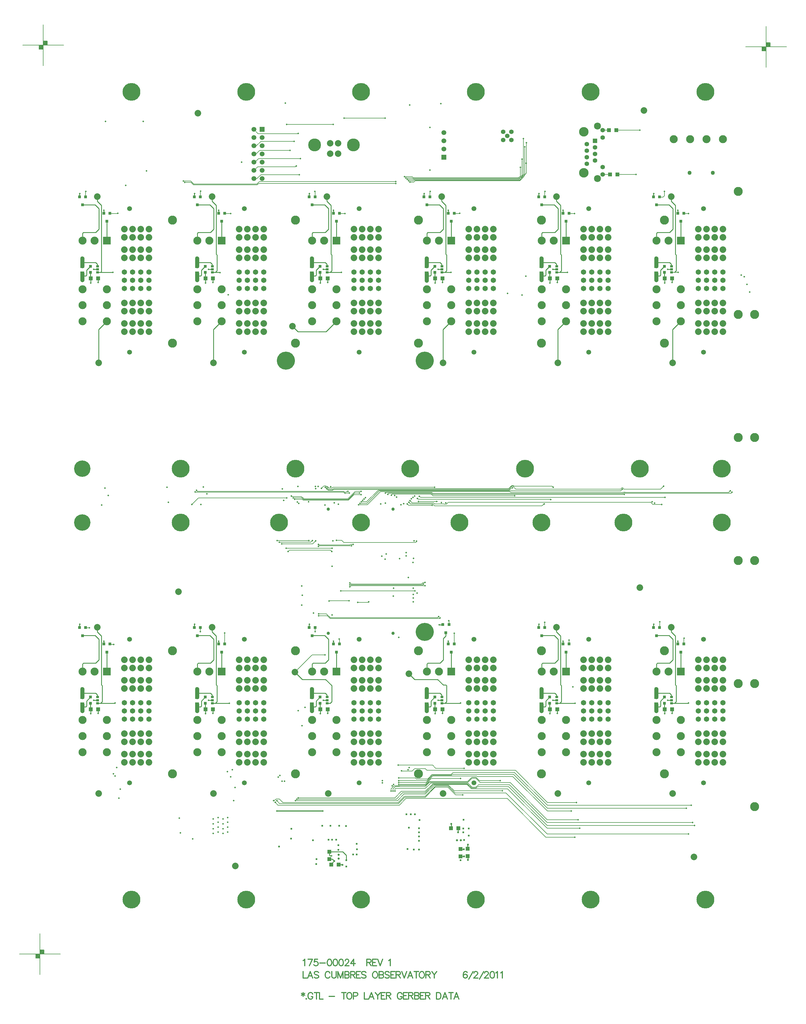
<source format=gtl>
%FSLAX23Y23*%
%MOIN*%
G70*
G01*
G75*
G04 Layer_Physical_Order=1*
G04 Layer_Color=255*
%ADD10R,0.035X0.037*%
%ADD11R,0.035X0.037*%
%ADD12R,0.036X0.036*%
%ADD13R,0.036X0.028*%
%ADD14R,0.050X0.050*%
%ADD15R,0.050X0.050*%
%ADD16C,0.005*%
%ADD17C,0.010*%
%ADD18C,0.050*%
%ADD19C,0.012*%
%ADD20C,0.012*%
%ADD21C,0.008*%
%ADD22C,0.012*%
%ADD23C,0.157*%
%ADD24C,0.079*%
%ADD25C,0.020*%
%ADD26C,0.220*%
%ADD27C,0.039*%
%ADD28C,0.055*%
%ADD29R,0.055X0.055*%
%ADD30C,0.116*%
%ADD31C,0.085*%
%ADD32R,0.098X0.098*%
%ADD33C,0.098*%
%ADD34C,0.080*%
%ADD35C,0.065*%
%ADD36C,0.059*%
%ADD37C,0.055*%
%ADD38R,0.059X0.059*%
%ADD39C,0.110*%
%ADD40C,0.217*%
%ADD41C,0.200*%
%ADD42C,0.026*%
%ADD43C,0.050*%
%ADD44C,0.024*%
D10*
X36445Y21314D02*
D03*
X36482Y21412D02*
D03*
X29740Y26365D02*
D03*
X29777Y26463D02*
D03*
X31140Y26365D02*
D03*
X31177Y26463D02*
D03*
X32540Y26365D02*
D03*
X32577Y26463D02*
D03*
X33940Y26365D02*
D03*
X33977Y26463D02*
D03*
X35340Y26365D02*
D03*
X35377Y26463D02*
D03*
X36740Y26365D02*
D03*
X36777Y26463D02*
D03*
X29740Y21114D02*
D03*
X29777Y21212D02*
D03*
X31140Y21114D02*
D03*
X31177Y21212D02*
D03*
X32540Y21114D02*
D03*
X32577Y21212D02*
D03*
X33940Y21114D02*
D03*
X33977Y21212D02*
D03*
X35340Y21114D02*
D03*
X35377Y21212D02*
D03*
X36740Y21114D02*
D03*
X36777Y21212D02*
D03*
X29445Y26565D02*
D03*
X29482Y26663D02*
D03*
X30845Y26565D02*
D03*
X30882Y26663D02*
D03*
X32245Y26565D02*
D03*
X32282Y26663D02*
D03*
X33645Y26565D02*
D03*
X33682Y26663D02*
D03*
X35045Y26565D02*
D03*
X35082Y26663D02*
D03*
X36445Y26565D02*
D03*
X36482Y26663D02*
D03*
X29445Y21314D02*
D03*
X29482Y21412D02*
D03*
X30845Y21314D02*
D03*
X30882Y21412D02*
D03*
X32245Y21314D02*
D03*
X32282Y21412D02*
D03*
X33875Y21351D02*
D03*
X33913Y21449D02*
D03*
X35045Y21314D02*
D03*
X35082Y21412D02*
D03*
D11*
X36408Y21412D02*
D03*
X29703Y26463D02*
D03*
X31103D02*
D03*
X32503D02*
D03*
X33903D02*
D03*
X35303D02*
D03*
X36703D02*
D03*
X29703Y21212D02*
D03*
X31103D02*
D03*
X32503D02*
D03*
X33903D02*
D03*
X35303D02*
D03*
X36703D02*
D03*
X29408Y26663D02*
D03*
X30808D02*
D03*
X32208D02*
D03*
X33608D02*
D03*
X35008D02*
D03*
X36408D02*
D03*
X29408Y21412D02*
D03*
X30808D02*
D03*
X32208D02*
D03*
X33838Y21449D02*
D03*
X35008Y21412D02*
D03*
D12*
X36542Y20565D02*
D03*
Y20491D02*
D03*
X29542Y25816D02*
D03*
Y25742D02*
D03*
X30942Y25816D02*
D03*
Y25742D02*
D03*
X32342Y25816D02*
D03*
Y25742D02*
D03*
X33742Y25816D02*
D03*
Y25742D02*
D03*
X35142Y25816D02*
D03*
Y25742D02*
D03*
X36542Y25816D02*
D03*
Y25742D02*
D03*
X29542Y20565D02*
D03*
Y20491D02*
D03*
X30942Y20565D02*
D03*
Y20491D02*
D03*
X32342Y20565D02*
D03*
Y20491D02*
D03*
X33742Y20565D02*
D03*
Y20491D02*
D03*
X35142Y20565D02*
D03*
Y20491D02*
D03*
D13*
X36628Y20528D02*
D03*
Y20565D02*
D03*
Y20491D02*
D03*
X29628Y25779D02*
D03*
Y25816D02*
D03*
Y25742D02*
D03*
X31028Y25779D02*
D03*
Y25816D02*
D03*
Y25742D02*
D03*
X32428Y25779D02*
D03*
Y25816D02*
D03*
Y25742D02*
D03*
X33828Y25779D02*
D03*
Y25816D02*
D03*
Y25742D02*
D03*
X35228Y25779D02*
D03*
Y25816D02*
D03*
Y25742D02*
D03*
X36628Y25779D02*
D03*
Y25816D02*
D03*
Y25742D02*
D03*
X29628Y20528D02*
D03*
Y20565D02*
D03*
Y20491D02*
D03*
X31028Y20528D02*
D03*
Y20565D02*
D03*
Y20491D02*
D03*
X32428Y20528D02*
D03*
Y20565D02*
D03*
Y20491D02*
D03*
X33828Y20528D02*
D03*
Y20565D02*
D03*
Y20491D02*
D03*
X35228Y20528D02*
D03*
Y20565D02*
D03*
Y20491D02*
D03*
D14*
X29440Y25819D02*
D03*
Y25729D02*
D03*
X30840Y25819D02*
D03*
Y25729D02*
D03*
X32240Y25819D02*
D03*
Y25729D02*
D03*
X33640Y25819D02*
D03*
Y25729D02*
D03*
X35040Y25819D02*
D03*
Y25729D02*
D03*
X36440Y25819D02*
D03*
Y25729D02*
D03*
X29440Y20568D02*
D03*
Y20478D02*
D03*
X30840Y20568D02*
D03*
Y20478D02*
D03*
X32240Y20568D02*
D03*
Y20478D02*
D03*
X33640Y20568D02*
D03*
Y20478D02*
D03*
X35040Y20568D02*
D03*
Y20478D02*
D03*
X36440Y20568D02*
D03*
Y20478D02*
D03*
X34142Y18628D02*
D03*
Y18718D02*
D03*
X34054Y18713D02*
D03*
Y18623D02*
D03*
X32454Y18589D02*
D03*
Y18679D02*
D03*
D15*
X35956Y27477D02*
D03*
X35866D02*
D03*
X35969Y26937D02*
D03*
X35879D02*
D03*
X34029Y18968D02*
D03*
X33939D02*
D03*
X32569Y18524D02*
D03*
X32479D02*
D03*
X29635Y25669D02*
D03*
X29545D02*
D03*
X31035D02*
D03*
X30945D02*
D03*
X32435D02*
D03*
X32345D02*
D03*
X33835D02*
D03*
X33745D02*
D03*
X35235D02*
D03*
X35145D02*
D03*
X36635D02*
D03*
X36545D02*
D03*
X29635Y20418D02*
D03*
X29545D02*
D03*
X31035D02*
D03*
X30945D02*
D03*
X32435D02*
D03*
X32345D02*
D03*
X33835D02*
D03*
X33745D02*
D03*
X35235D02*
D03*
X35145D02*
D03*
X36635D02*
D03*
X36545D02*
D03*
D16*
X33541Y22975D02*
X35155D01*
X33528Y22988D02*
X33541Y22975D01*
X33568Y22999D02*
X36549Y22999D01*
X33552Y23014D02*
X33567Y22999D01*
X33568D01*
X32467Y22356D02*
X32483Y22340D01*
X31968Y22356D02*
X32467D01*
X36482Y26660D02*
X36523D01*
X35082D02*
Y26727D01*
X33682Y26660D02*
Y26728D01*
X32282Y26660D02*
Y26727D01*
X36483Y21410D02*
Y21482D01*
X29482Y26660D02*
Y26728D01*
X29482Y21409D02*
X29528D01*
X35082D02*
Y21475D01*
X33913Y21446D02*
Y21494D01*
X30882Y26660D02*
Y26730D01*
X36777Y26460D02*
X36832D01*
X35377D02*
X35443D01*
X33977D02*
X34043D01*
X32577D02*
X32646D01*
X36777Y21209D02*
Y21280D01*
X32577Y21209D02*
Y21270D01*
X31177Y26460D02*
X31250D01*
X29777D02*
X29872D01*
X35377Y21209D02*
Y21261D01*
X33977Y21209D02*
Y21341D01*
X31177Y21209D02*
Y21346D01*
X36832Y26460D02*
X36833Y26461D01*
X35443Y26460D02*
X35444Y26461D01*
X34043Y26460D02*
X34045Y26462D01*
X32646Y26460D02*
X32646Y26460D01*
X31250Y26460D02*
X31251Y26461D01*
X29872Y26460D02*
X29874Y26462D01*
X33977Y21341D02*
X33979Y21343D01*
X36777Y21280D02*
X36780Y21283D01*
X35377Y21261D02*
X35377Y21261D01*
X32574Y21273D02*
X32577Y21270D01*
X31177Y21346D02*
X31178Y21347D01*
X29779Y21207D02*
X29823D01*
X29777Y21209D02*
X29779Y21207D01*
X36540Y26677D02*
Y26730D01*
X35082Y26727D02*
X35085Y26730D01*
X36523Y26660D02*
X36540Y26677D01*
X33682Y26728D02*
X33684Y26730D01*
X30882Y26730D02*
X30884Y26732D01*
X32279Y26730D02*
X32282Y26727D01*
X29482Y26728D02*
X29484Y26730D01*
X35081Y21476D02*
X35082Y21475D01*
X33912Y21495D02*
X33913Y21494D01*
X36482Y21409D02*
X36483Y21410D01*
X32282Y21364D02*
Y21409D01*
X30882Y21364D02*
Y21409D01*
X32282Y21364D02*
X32282Y21364D01*
X30882Y21364D02*
X30882Y21364D01*
X29528Y21409D02*
X29529Y21410D01*
X35788Y27477D02*
X35866D01*
X35788Y26937D02*
X35879D01*
X36238Y27477D02*
X36240Y27475D01*
X35956Y27477D02*
X36238D01*
X35971Y26935D02*
X36196D01*
X33799Y21524D02*
X33806Y21531D01*
X32463Y21524D02*
X33799D01*
X33774Y21533D02*
X33789Y21548D01*
X32467Y21533D02*
X33774D01*
X32430Y21557D02*
X32463Y21524D01*
X32419Y21581D02*
X32467Y21533D01*
X32326Y21581D02*
X32419D01*
X32326Y21557D02*
X32430D01*
X32667Y23074D02*
X32680D01*
X32724Y22411D02*
X32726Y22409D01*
X32649Y23056D02*
X32667Y23074D01*
X30834Y23085D02*
X30846Y23073D01*
X32632D02*
X32649Y23056D01*
X30846Y23073D02*
X32632D01*
X32327Y22411D02*
X32724D01*
X32320Y22403D02*
X32327Y22411D01*
X32660Y23054D02*
X32699D01*
X32655Y23050D02*
X32655D01*
X32743Y22426D02*
X32743Y22426D01*
X32710Y22426D02*
X32743D01*
X32655Y23050D02*
X32660Y23054D01*
X32704Y22420D02*
X32710Y22426D01*
X32653Y23047D02*
X32655Y23050D01*
X30817Y23068D02*
X30821Y23064D01*
X32628D02*
X32645Y23047D01*
X32653D01*
X30821Y23064D02*
X32628D01*
X32327Y22420D02*
X32704D01*
X32320Y22427D02*
X32327Y22420D01*
X31602Y26849D02*
X33262D01*
X33263Y26850D01*
X31572Y26819D02*
X31602Y26849D01*
X31592Y26826D02*
X33263D01*
X31576Y26810D02*
X31592Y26826D01*
X30799Y26810D02*
X31576D01*
X30769Y26840D02*
X30799Y26810D01*
X30802Y26819D02*
X31572D01*
X30765Y26857D02*
X30802Y26819D01*
X30674Y26857D02*
X30765D01*
X30691Y26840D02*
X30769D01*
X32073Y27434D02*
X32074Y27435D01*
X31586Y27434D02*
X32073D01*
X31535Y27485D02*
X31586Y27434D01*
X31620Y27339D02*
X32024D01*
X31566Y27285D02*
X31620Y27339D01*
X31535Y27285D02*
X31566D01*
X31604Y27229D02*
X31975D01*
X31560Y27185D02*
X31604Y27229D01*
X31535Y27185D02*
X31560D01*
X31592Y27129D02*
X32101D01*
X31548Y27085D02*
X31592Y27129D01*
X31535Y27085D02*
X31548D01*
X32041Y27031D02*
X32050Y27040D01*
X31581Y27031D02*
X32041D01*
X31535Y26985D02*
X31581Y27031D01*
X31620Y26933D02*
X32088D01*
X31572Y26885D02*
X31620Y26933D01*
X31535Y26885D02*
X31572D01*
X34785Y26918D02*
Y27024D01*
X34857Y26954D02*
Y27324D01*
X34803Y26927D02*
Y27122D01*
X34839Y26945D02*
Y27274D01*
X34821Y26936D02*
Y27374D01*
X33619Y21959D02*
X33622Y21962D01*
X33579Y21942D02*
X33595Y21959D01*
X33619D01*
X33438Y26843D02*
X33485D01*
X32706Y21957D02*
X32721Y21942D01*
X33579D01*
X33593Y21933D02*
X33602Y21942D01*
X33421Y26860D02*
X33477D01*
X32706Y21933D02*
X33593D01*
X33370Y26911D02*
X33464D01*
X33387Y26894D02*
X33469D01*
X33621Y21924D02*
X33622Y21922D01*
X32721Y21924D02*
X33621D01*
X32706Y21909D02*
X32721Y21924D01*
X34848Y26945D02*
X34857Y26954D01*
X34848Y26941D02*
Y26945D01*
X34839Y26932D02*
X34848Y26941D01*
X34839Y26929D02*
Y26932D01*
X34830Y26920D02*
X34839Y26929D01*
X34830Y26916D02*
Y26920D01*
X34821Y26907D02*
X34830Y26916D01*
X34821Y26903D02*
Y26907D01*
X34777Y26859D02*
X34821Y26903D01*
X33501Y26859D02*
X34777D01*
X34830Y26936D02*
X34839Y26945D01*
X34830Y26932D02*
Y26936D01*
X34821Y26923D02*
X34830Y26932D01*
X34821Y26920D02*
Y26923D01*
X34812Y26911D02*
X34821Y26920D01*
X34812Y26907D02*
Y26911D01*
X34773Y26868D02*
X34812Y26907D01*
X33485Y26868D02*
X34773D01*
X34812Y26927D02*
X34821Y26936D01*
X34812Y26923D02*
Y26927D01*
X34803Y26914D02*
X34812Y26923D01*
X34803Y26911D02*
Y26914D01*
X34769Y26877D02*
X34803Y26911D01*
X33404Y26877D02*
X34769D01*
X34794Y26918D02*
X34803Y26927D01*
X34794Y26914D02*
Y26918D01*
X34766Y26886D02*
X34794Y26914D01*
X33477Y26886D02*
X34766D01*
X34762Y26895D02*
X34785Y26918D01*
X33480Y26895D02*
X34762D01*
X33464Y26911D02*
X33480Y26895D01*
X33469Y26894D02*
X33477Y26886D01*
X33485Y26843D02*
X33501Y26859D01*
X33477Y26860D02*
X33485Y26868D01*
X36709Y25742D02*
X36709Y25742D01*
X36628Y25742D02*
X36663D01*
X36709D01*
X36530Y23135D02*
X36531D01*
X33540Y22951D02*
X33763D01*
X29740Y26129D02*
X29758Y26111D01*
X32802Y21721D02*
X32930D01*
X32934Y21725D01*
X32455Y21740D02*
X32694D01*
X32452Y21737D02*
X32455Y21740D01*
X32593Y21860D02*
X33497D01*
X33498Y21861D01*
X31794Y19282D02*
X31829Y19247D01*
X31846Y22452D02*
X31847Y22453D01*
X31829Y19247D02*
X33307D01*
X31928Y22379D02*
X32494D01*
X31952Y22341D02*
X31953D01*
X31968Y22356D01*
X34196Y19576D02*
X34241D01*
X33676Y19526D02*
X34146D01*
X34196Y19576D01*
X34241D02*
X34295Y19522D01*
X34196Y19465D02*
X34241D01*
X34274Y19497D01*
X33690Y19517D02*
X34143D01*
X34196Y19465D01*
X33717Y19508D02*
X34139D01*
X34192Y19456D01*
X34245D01*
X34261Y19472D01*
X33725Y19499D02*
X34136D01*
X34188Y19447D01*
X34249D01*
X34249Y19447D01*
X33748Y19481D02*
X33905D01*
X33908Y19490D02*
X33977Y19422D01*
X33733Y19490D02*
X33908D01*
X34142Y19535D02*
X34192Y19585D01*
X34245D01*
X34283Y19547D01*
X33713Y19603D02*
X34253D01*
X34259Y19597D01*
X33646Y19672D02*
X34723D01*
X34295Y19522D02*
X34660D01*
X34259Y19597D02*
X34691D01*
X33953Y19622D02*
X34702D01*
X34609Y19397D02*
X35110Y18895D01*
X34249Y19447D02*
X34629D01*
X34261Y19472D02*
X34640D01*
X35111Y19000D01*
X34274Y19497D02*
X34650D01*
X34660Y19522D02*
X35112Y19070D01*
X33966Y19647D02*
X34712D01*
X35114Y19245D01*
X34723Y19672D02*
X35114Y19280D01*
X34702Y19622D02*
X35114Y19210D01*
X34691Y19597D02*
X35113Y19175D01*
X34650Y19497D02*
X35112Y19035D01*
X34629Y19447D02*
X35111Y18965D01*
X33232Y19421D02*
Y19445D01*
X33262Y19475D02*
X33313D01*
X33232Y19445D02*
X33262Y19475D01*
X33314Y19476D02*
X33626D01*
X33313Y19475D02*
X33314Y19476D01*
X33626D02*
X33676Y19526D01*
X33256Y19421D02*
Y19445D01*
X33263Y19452D01*
X33625D01*
X33690Y19517D01*
X32076Y19338D02*
X33253D01*
X33331Y19416D02*
X33625D01*
X33253Y19338D02*
X33331Y19416D01*
X33625D02*
X33717Y19508D01*
X32059Y19321D02*
X33270D01*
X33348Y19399D02*
X33625D01*
X33270Y19321D02*
X33348Y19399D01*
X33625D02*
X33725Y19499D01*
X32042Y19304D02*
X33287D01*
X33365Y19382D02*
X33625D01*
X33287Y19304D02*
X33365Y19382D01*
X33625D02*
X33733Y19490D01*
X31774Y19302D02*
X31786D01*
X31806Y19322D02*
X31846D01*
X31887Y19281D02*
X33293D01*
X31846Y19322D02*
X31887Y19281D01*
X31786Y19302D02*
X31806Y19322D01*
X33293Y19281D02*
X33370Y19358D01*
X33625D01*
X33748Y19481D01*
X31814Y19302D02*
X31849Y19267D01*
X33299D01*
X31874Y22433D02*
X31875Y22434D01*
X33299Y19267D02*
X33376Y19344D01*
X33625D01*
X33208Y19445D02*
X33246Y19484D01*
X33208Y19421D02*
Y19445D01*
X33246Y19484D02*
X33309D01*
X33316Y19491D02*
X33629D01*
X33309Y19484D02*
X33316Y19491D01*
X33629D02*
X33673Y19535D01*
X33302Y19500D02*
X33625D01*
X33302Y19524D02*
X33635D01*
X33302Y19548D02*
X33646D01*
X33301Y19579D02*
X33503D01*
X33515Y19567D02*
X33653D01*
X33503Y19579D02*
X33515Y19567D01*
X33336Y19668D02*
X33340Y19664D01*
X33466D01*
X33496Y19693D01*
X33625D01*
X33673Y19535D02*
X34142D01*
X34283Y19547D02*
X34541D01*
X33296Y19735D02*
X33714D01*
X33752Y19697D01*
X33625Y19693D02*
X33646Y19672D01*
X33625Y19344D02*
X33746Y19465D01*
X33901D01*
X33994Y19372D01*
X33977Y19422D02*
X34564D01*
X33905Y19481D02*
X33989Y19397D01*
X34609D01*
X33752Y19697D02*
X34099D01*
X33635Y19524D02*
X33713Y19603D01*
X33646Y19548D02*
X33710Y19612D01*
X33943D01*
X33953Y19622D01*
X33653Y19567D02*
X33706Y19621D01*
X33939D01*
X33966Y19647D01*
X33625Y19500D02*
X33697Y19572D01*
X34054D01*
X34055Y19573D01*
X35111Y18965D02*
X35509D01*
X35112Y19070D02*
X35489D01*
X35114Y19280D02*
X35468D01*
X33307Y19247D02*
X33389Y19329D01*
X34623D01*
X35095Y18857D01*
X35113Y19175D02*
X35404D01*
X35111Y19000D02*
X36909D01*
X35112Y19035D02*
X36885D01*
X35114Y19245D02*
X36869D01*
X35110Y18895D02*
X36834D01*
X35114Y19210D02*
X36811D01*
X32244Y21079D02*
X32400D01*
X32035Y20870D02*
X32244Y21079D01*
X31933Y27547D02*
X32502D01*
X32633Y27623D02*
X33133D01*
X34682Y23135D02*
X34696D01*
X34678Y23144D02*
X34700D01*
X34707Y23136D01*
X35171D01*
X32359Y23111D02*
X32387Y23139D01*
X34677Y23117D02*
X34689D01*
X32499Y23122D02*
X33739D01*
X32421Y23106D02*
X32440Y23087D01*
X32495Y23098D02*
X32503Y23106D01*
X32404Y23123D02*
X32409Y23118D01*
X32409D01*
X32438Y23102D02*
Y23113D01*
Y23102D02*
X32442Y23098D01*
X32495D01*
X32496Y23087D02*
X32506Y23097D01*
X32440Y23087D02*
X32496D01*
X32414Y23123D02*
X32428D01*
X32438Y23113D01*
X32489Y23112D02*
X32499Y23122D01*
X32419Y23132D02*
X32432D01*
X32451Y23112D02*
X32489D01*
X32432Y23132D02*
X32451Y23112D01*
X32387Y23140D02*
X32411D01*
X32419Y23132D01*
X32503Y23106D02*
X34641D01*
X34678Y23144D01*
X32506Y23097D02*
X34645D01*
X34682Y23135D01*
X34648Y23088D02*
X34677Y23117D01*
X34656Y23070D02*
X34667Y23059D01*
X37323D02*
X37345Y23081D01*
X34667Y23059D02*
X36037D01*
X36040Y23063D01*
X36062D01*
X36065Y23059D01*
X37323D01*
X36008Y23079D02*
X36028Y23099D01*
X34696Y23135D02*
X34729Y23101D01*
X36496D02*
X36530Y23135D01*
X36021Y23116D02*
X36035D01*
X36049Y23101D02*
X36496D01*
X34729D02*
X36007D01*
X36021Y23116D01*
X36035D02*
X36049Y23101D01*
X35171Y23136D02*
X35183Y23124D01*
X32409Y23118D02*
X32414Y23123D01*
X30859Y22994D02*
X31936D01*
X30778Y22913D02*
X30859Y22994D01*
X33404Y22920D02*
X33421Y22903D01*
X33707D01*
X33423Y22940D02*
X33444Y22919D01*
X33700D01*
X33700Y22920D01*
X33714D01*
X33738Y22896D01*
X33723Y22934D02*
X33737Y22920D01*
X33533Y22934D02*
X33723D01*
X33533Y22934D02*
X33533Y22934D01*
X33466Y22934D02*
X33533D01*
X33439Y22961D02*
X33466Y22934D01*
X33903Y22940D02*
X36374D01*
X33880Y22917D02*
X33903Y22940D01*
X36374D02*
X36401Y22913D01*
X36508D01*
X33737Y22920D02*
X33854D01*
X33856Y22917D01*
X33880D01*
X33738Y22896D02*
X35048D01*
X35073Y22921D01*
X32630Y22451D02*
X33509D01*
X33519Y22461D02*
Y22468D01*
X33509Y22451D02*
X33519Y22461D01*
X32605Y22476D02*
X32630Y22451D01*
X32542Y22476D02*
X32605D01*
X32250Y22434D02*
X32287Y22471D01*
X31875Y22434D02*
X32250D01*
X33994Y19372D02*
X34080D01*
X31847Y22453D02*
X32227D01*
X32248Y22474D01*
X35095Y18857D02*
X35448D01*
X32203Y22474D02*
X32205Y22472D01*
X31818Y22474D02*
X32203D01*
X32844Y22945D02*
X32909D01*
X33052Y23088D01*
X34648D01*
X32827Y22928D02*
X32912D01*
X33063Y23079D01*
X36008D01*
X32810Y22911D02*
X32919D01*
X33078Y23070D01*
X34656D01*
X32144Y22983D02*
X32682D01*
X32140Y22974D02*
X32685D01*
X32136Y22965D02*
X32689D01*
X32756Y23032D01*
X32840D01*
X32685Y22974D02*
X32764Y23052D01*
X32820D01*
X32682Y22983D02*
X32771Y23072D01*
X32840D01*
X32084Y22977D02*
X32084Y22977D01*
X32031Y22977D02*
X32084D01*
X32084Y22977D02*
X32124D01*
X32136Y22965D01*
X33695Y23041D02*
X33717Y23019D01*
X34716D01*
X32067Y22994D02*
X32067Y22994D01*
X32014Y22994D02*
X32067D01*
X32128Y22986D02*
X32140Y22974D01*
X32067Y22994D02*
X32117D01*
X32125Y22986D02*
X32128D01*
X32117Y22994D02*
X32125Y22986D01*
X33699Y23050D02*
X33712Y23037D01*
X33179Y23050D02*
X33699D01*
X33712Y23037D02*
X36051D01*
X32129Y22995D02*
X32131D01*
X32144Y22983D01*
X31990Y23018D02*
X31990D01*
X31997Y23011D01*
X32050D01*
X32121Y23003D02*
X32129Y22995D01*
X32118Y23003D02*
X32121D01*
X32050Y23011D02*
X32050Y23011D01*
X32110D02*
X32118Y23003D01*
X32050Y23011D02*
X32110D01*
X33715Y23046D02*
X36037D01*
X36044Y23054D01*
X36058D02*
X36061Y23050D01*
X33703Y23059D02*
X33715Y23046D01*
X36044Y23054D02*
X36058D01*
X36061Y23050D02*
X37353D01*
X37366Y23063D01*
X33167Y23038D02*
X33179Y23050D01*
X33222Y23041D02*
X33695D01*
X33210Y23028D02*
X33222Y23041D01*
X33144Y23059D02*
X33703D01*
X33139Y23054D02*
X33144Y23059D01*
D17*
X35340Y26129D02*
Y26368D01*
X36740Y26129D02*
Y26368D01*
X29440Y25699D02*
X29485D01*
X36440D02*
X36485D01*
X35040D02*
X35085D01*
X33640D02*
X33685D01*
X32240D02*
X32285D01*
X30840D02*
X30885D01*
X36440Y20448D02*
X36485D01*
X35040D02*
X35085D01*
X33640D02*
X33685D01*
X32240D02*
X32285D01*
X30840D02*
X30885D01*
X29440D02*
X29485D01*
X29495Y20458D01*
Y20518D01*
X29542Y20565D01*
X36408Y26663D02*
Y26702D01*
Y26660D02*
Y26663D01*
X36703Y26463D02*
Y26497D01*
Y26460D02*
Y26463D01*
X35303D02*
Y26497D01*
Y26460D02*
Y26463D01*
X35008Y26663D02*
Y26702D01*
Y26660D02*
Y26663D01*
X33903Y26463D02*
Y26497D01*
Y26460D02*
Y26463D01*
X33608Y26663D02*
Y26702D01*
Y26660D02*
Y26663D01*
X36703Y21212D02*
Y21245D01*
Y21209D02*
Y21212D01*
X36408Y21412D02*
Y21450D01*
Y21409D02*
Y21412D01*
X35008D02*
Y21450D01*
Y21409D02*
Y21412D01*
X35303Y21212D02*
Y21245D01*
Y21209D02*
Y21212D01*
X33903D02*
Y21245D01*
Y21209D02*
Y21212D01*
X32503Y26463D02*
Y26497D01*
Y26460D02*
Y26463D01*
X32208Y26663D02*
Y26702D01*
Y26660D02*
Y26663D01*
X30808D02*
Y26702D01*
Y26660D02*
Y26663D01*
X31103Y26463D02*
Y26497D01*
Y26460D02*
Y26463D01*
X29408Y26663D02*
Y26702D01*
Y26660D02*
Y26663D01*
X29703Y26463D02*
Y26497D01*
Y26460D02*
Y26463D01*
X32503Y21212D02*
Y21245D01*
Y21209D02*
Y21212D01*
X32208Y21412D02*
Y21450D01*
Y21409D02*
Y21412D01*
X31103Y21212D02*
Y21245D01*
Y21209D02*
Y21212D01*
X30808Y21412D02*
Y21450D01*
Y21409D02*
Y21412D01*
X29408D02*
Y21450D01*
Y21409D02*
Y21412D01*
X29703Y21212D02*
Y21245D01*
Y21209D02*
Y21212D01*
X33794Y21445D02*
X33796Y21446D01*
X36703Y21245D02*
X36705Y21248D01*
X36635Y20368D02*
Y20418D01*
X36545Y20363D02*
Y20418D01*
X36542Y20421D02*
X36545Y20418D01*
X36495Y20518D02*
X36542Y20565D01*
X36495Y20458D02*
Y20518D01*
X36485Y20448D02*
X36495Y20458D01*
X36580Y20528D02*
X36628D01*
X36542Y20421D02*
Y20491D01*
X36605Y20613D02*
X36625Y20593D01*
Y20568D02*
X36628Y20565D01*
X36440Y20608D02*
X36445Y20613D01*
X36625Y20568D02*
Y20593D01*
X36445Y20613D02*
X36605D01*
X35303Y21245D02*
X35305Y21248D01*
X35235Y20368D02*
Y20418D01*
X35145Y20363D02*
Y20418D01*
X35142Y20421D02*
X35145Y20418D01*
X35095Y20518D02*
X35142Y20565D01*
X35095Y20458D02*
Y20518D01*
X35085Y20448D02*
X35095Y20458D01*
X35180Y20528D02*
X35228D01*
X35142Y20421D02*
Y20491D01*
X35205Y20613D02*
X35225Y20593D01*
Y20568D02*
X35228Y20565D01*
X35040Y20608D02*
X35045Y20613D01*
X35225Y20568D02*
Y20593D01*
X35045Y20613D02*
X35205D01*
X33903Y21245D02*
X33905Y21248D01*
X33835Y20368D02*
Y20418D01*
X33745Y20363D02*
Y20418D01*
X33742Y20421D02*
X33745Y20418D01*
X33695Y20518D02*
X33742Y20565D01*
X33695Y20458D02*
Y20518D01*
X33685Y20448D02*
X33695Y20458D01*
X33780Y20528D02*
X33828D01*
X33742Y20421D02*
Y20491D01*
X33805Y20613D02*
X33825Y20593D01*
Y20568D02*
X33828Y20565D01*
X33640Y20608D02*
X33645Y20613D01*
X33805D01*
X33825Y20568D02*
Y20593D01*
X32503Y21245D02*
X32505Y21248D01*
X32435Y20368D02*
Y20418D01*
X32342Y20421D02*
X32345Y20418D01*
Y20363D02*
Y20418D01*
X32295Y20518D02*
X32342Y20565D01*
X32295Y20458D02*
Y20518D01*
X32285Y20448D02*
X32295Y20458D01*
X32380Y20528D02*
X32428D01*
X32342Y20421D02*
Y20491D01*
X32405Y20613D02*
X32425Y20593D01*
Y20568D02*
X32428Y20565D01*
X32240Y20608D02*
X32245Y20613D01*
X32425Y20568D02*
Y20593D01*
X32245Y20613D02*
X32405D01*
X31103Y21245D02*
X31105Y21248D01*
X31035Y20368D02*
Y20418D01*
X30942Y20421D02*
X30945Y20418D01*
Y20363D02*
Y20418D01*
X30895Y20518D02*
X30942Y20565D01*
X30895Y20458D02*
Y20518D01*
X30885Y20448D02*
X30895Y20458D01*
X30980Y20528D02*
X31028D01*
X30942Y20421D02*
Y20491D01*
X31005Y20613D02*
X31025Y20593D01*
Y20568D02*
X31028Y20565D01*
X30840Y20608D02*
X30845Y20613D01*
X31025Y20568D02*
Y20593D01*
X30845Y20613D02*
X31005D01*
X29703Y21245D02*
X29705Y21248D01*
X29635Y20368D02*
Y20418D01*
X29542Y20421D02*
X29545Y20418D01*
Y20363D02*
Y20418D01*
X29580Y20528D02*
X29628D01*
X29542Y20421D02*
Y20491D01*
X29605Y20613D02*
X29625Y20593D01*
Y20568D02*
X29628Y20565D01*
X29440Y20608D02*
X29445Y20613D01*
X29625Y20568D02*
Y20593D01*
X29445Y20613D02*
X29605D01*
X36703Y26497D02*
X36705Y26499D01*
X36641Y25046D02*
X36740Y25145D01*
X36641Y25046D02*
X36740Y25145D01*
X36641Y25046D02*
X36740Y25145D01*
X36641Y25046D02*
X36740Y25145D01*
X36641Y25046D02*
X36740Y25145D01*
X36641Y25046D02*
X36740Y25145D01*
X36641Y24641D02*
Y25046D01*
Y24641D02*
Y25046D01*
Y24641D02*
Y25046D01*
Y24641D02*
Y25046D01*
Y24641D02*
Y25046D01*
Y24641D02*
Y25046D01*
X36635Y25619D02*
Y25669D01*
X36545Y25614D02*
Y25669D01*
X36542Y25672D02*
X36545Y25669D01*
X36495Y25769D02*
X36542Y25816D01*
X36495Y25709D02*
Y25769D01*
X36485Y25699D02*
X36495Y25709D01*
X36580Y25779D02*
X36628D01*
X36542Y25672D02*
Y25742D01*
X36625Y25819D02*
X36628Y25816D01*
X36440Y25859D02*
X36445Y25864D01*
X36605D02*
X36625Y25844D01*
Y25819D02*
Y25844D01*
X36445Y25864D02*
X36605D01*
X33903Y26497D02*
X33905Y26499D01*
X33841Y25046D02*
X33940Y25145D01*
X33841Y25046D02*
X33940Y25145D01*
X33841Y25046D02*
X33940Y25145D01*
X33841Y25046D02*
X33940Y25145D01*
X33841Y25046D02*
X33940Y25145D01*
X33841Y25046D02*
X33940Y25145D01*
X33841Y24641D02*
Y25046D01*
Y24641D02*
Y25046D01*
Y24641D02*
Y25046D01*
Y24641D02*
Y25046D01*
Y24641D02*
Y25046D01*
Y24641D02*
Y25046D01*
X33835Y25619D02*
Y25669D01*
X33742Y25672D02*
X33745Y25669D01*
Y25614D02*
Y25669D01*
X33695Y25769D02*
X33742Y25816D01*
X33695Y25709D02*
Y25769D01*
X33685Y25699D02*
X33695Y25709D01*
X33780Y25779D02*
X33828D01*
X33742Y25672D02*
Y25742D01*
X33805Y25864D02*
X33825Y25844D01*
Y25819D02*
X33828Y25816D01*
X33640Y25859D02*
X33645Y25864D01*
X33805D01*
X33825Y25819D02*
Y25844D01*
X32503Y26497D02*
X32505Y26499D01*
X32435Y25619D02*
Y25669D01*
X32342Y25672D02*
X32345Y25669D01*
Y25614D02*
Y25669D01*
X32295Y25769D02*
X32342Y25816D01*
X32295Y25709D02*
Y25769D01*
X32285Y25699D02*
X32295Y25709D01*
X32380Y25779D02*
X32428D01*
X32342Y25672D02*
Y25742D01*
X32425Y25819D02*
X32428Y25816D01*
X32240Y25859D02*
X32245Y25864D01*
X32405D02*
X32425Y25844D01*
Y25819D02*
Y25844D01*
X32245Y25864D02*
X32405D01*
X31103Y26497D02*
X31105Y26499D01*
X31041Y25046D02*
X31140Y25145D01*
X31041Y25046D02*
X31140Y25145D01*
X31041Y25046D02*
X31140Y25145D01*
X31041Y25046D02*
X31140Y25145D01*
X31041Y25046D02*
X31140Y25145D01*
X31041Y25046D02*
X31140Y25145D01*
X31041Y24641D02*
Y25046D01*
Y24641D02*
Y25046D01*
Y24641D02*
Y25046D01*
Y24641D02*
Y25046D01*
Y24641D02*
Y25046D01*
Y24641D02*
Y25046D01*
X31035Y25619D02*
Y25669D01*
X30942Y25672D02*
X30945Y25669D01*
Y25614D02*
Y25669D01*
X30895Y25769D02*
X30942Y25816D01*
X30895Y25709D02*
Y25769D01*
X30885Y25699D02*
X30895Y25709D01*
X30980Y25779D02*
X31028D01*
X30942Y25672D02*
Y25742D01*
X31005Y25864D02*
X31025Y25844D01*
Y25819D02*
X31028Y25816D01*
X30840Y25859D02*
X30845Y25864D01*
X31025Y25819D02*
Y25844D01*
X30845Y25864D02*
X31005D01*
X29703Y26497D02*
X29705Y26499D01*
X29641Y25046D02*
X29740Y25145D01*
X29641Y25046D02*
X29740Y25145D01*
X29641Y25046D02*
X29740Y25145D01*
X29641Y25046D02*
X29740Y25145D01*
X29641Y25046D02*
X29740Y25145D01*
X29641Y25046D02*
X29740Y25145D01*
X29641Y24641D02*
Y25046D01*
Y24641D02*
Y25046D01*
Y24641D02*
Y25046D01*
Y24641D02*
Y25046D01*
Y24641D02*
Y25046D01*
Y24641D02*
Y25046D01*
X29635Y25619D02*
Y25669D01*
X29542Y25672D02*
X29545Y25669D01*
Y25614D02*
Y25669D01*
X29495Y25769D02*
X29542Y25816D01*
X29495Y25709D02*
Y25769D01*
X29485Y25699D02*
X29495Y25709D01*
X29580Y25779D02*
X29628D01*
X29542Y25672D02*
Y25742D01*
X29605Y25864D02*
X29625Y25844D01*
Y25819D02*
X29628Y25816D01*
X29440Y25859D02*
X29445Y25864D01*
X29605D01*
X29625Y25819D02*
Y25844D01*
X35303Y26497D02*
X35305Y26499D01*
X35241Y25046D02*
X35340Y25145D01*
X35241Y25046D02*
X35340Y25145D01*
X35241Y25046D02*
X35340Y25145D01*
X35241Y25046D02*
X35340Y25145D01*
X35241Y25046D02*
X35340Y25145D01*
X35241Y25046D02*
X35340Y25145D01*
X35241Y24641D02*
Y25046D01*
Y24641D02*
Y25046D01*
Y24641D02*
Y25046D01*
Y24641D02*
Y25046D01*
Y24641D02*
Y25046D01*
Y24641D02*
Y25046D01*
X35235Y25619D02*
Y25669D01*
X35142Y25672D02*
X35145Y25669D01*
Y25614D02*
Y25669D01*
X35095Y25769D02*
X35142Y25816D01*
X35095Y25709D02*
Y25769D01*
X35085Y25699D02*
X35095Y25709D01*
X35180Y25779D02*
X35228D01*
X35142Y25672D02*
Y25742D01*
X35045Y25864D02*
X35205D01*
X35225Y25844D01*
Y25819D02*
X35228Y25816D01*
X35040Y25859D02*
X35045Y25864D01*
X35225Y25819D02*
Y25844D01*
X34142Y18718D02*
Y18764D01*
X33942Y18971D02*
Y19021D01*
X34142Y18764D02*
X34143Y18765D01*
X34026Y18917D02*
Y18965D01*
X34144Y18579D02*
Y18626D01*
X33939Y18968D02*
X33942Y18971D01*
X34056Y18711D02*
X34093D01*
X34054Y18623D02*
X34096D01*
X34097Y18624D01*
X34026Y18965D02*
X34029Y18968D01*
X34054Y18713D02*
X34056Y18711D01*
X34142Y18628D02*
X34144Y18626D01*
X32454Y18679D02*
X32617D01*
X32569Y18524D02*
X32612D01*
X32454Y18641D02*
Y18679D01*
X32490Y18589D02*
X32513Y18566D01*
X32660Y18576D02*
Y18636D01*
X32617Y18679D02*
X32660Y18636D01*
X32454Y18641D02*
X32464Y18631D01*
X32481D01*
X32454Y18589D02*
X32490D01*
X32479Y18532D02*
X32513Y18566D01*
X32479Y18524D02*
Y18532D01*
X32612Y18524D02*
X32615Y18521D01*
X32125Y20780D02*
X32408D01*
X32035Y20870D02*
X32125Y20780D01*
X32428Y20491D02*
X32463D01*
X32483Y20511D01*
Y20705D01*
X32408Y20780D02*
X32483Y20705D01*
X32245Y20878D02*
Y20968D01*
X32255Y20979D01*
X32405D01*
X32398Y21317D02*
X32445Y21269D01*
X32405Y20979D02*
X32445Y21019D01*
Y21269D01*
X32540Y20878D02*
Y21117D01*
Y20878D02*
X32540Y20878D01*
X36740Y26129D02*
X36740Y26129D01*
X33940Y26129D02*
X33940Y26129D01*
X33940Y26129D02*
Y26368D01*
X36445Y26129D02*
Y26219D01*
X36456Y26230D01*
X36605D01*
X36646Y26270D01*
X36598Y26568D02*
X36646Y26520D01*
Y26270D02*
Y26520D01*
X33645Y26129D02*
Y26219D01*
X33655Y26230D01*
X33806D01*
X33846Y26270D01*
X33798Y26568D02*
X33846Y26520D01*
Y26270D02*
Y26520D01*
X36683Y25762D02*
Y25956D01*
X36625Y26611D02*
Y26668D01*
X36675Y25963D02*
X36683Y25956D01*
X36625Y26611D02*
X36675Y26560D01*
Y25963D02*
Y26560D01*
X33883Y25762D02*
Y25956D01*
X33825Y26611D02*
Y26668D01*
X33875Y25963D02*
X33883Y25956D01*
X33825Y26611D02*
X33875Y26560D01*
Y25963D02*
Y26560D01*
X36663Y25742D02*
X36683Y25762D01*
X35340Y26129D02*
X35340Y26129D01*
X35045Y26219D02*
X35056Y26230D01*
X35045Y26129D02*
Y26219D01*
X35056Y26230D02*
X35206D01*
X35245Y26270D01*
X35198Y26568D02*
X35245Y26520D01*
Y26270D02*
Y26520D01*
X35228Y25742D02*
X35263D01*
X35283Y25762D01*
X35263Y25742D02*
X35358D01*
X35359Y25743D01*
X35276Y25963D02*
Y26560D01*
X35225Y26611D02*
Y26668D01*
X35283Y25762D02*
Y25956D01*
X35225Y26611D02*
X35276Y26560D01*
Y25963D02*
X35283Y25956D01*
X33937Y25742D02*
X33937Y25742D01*
X33828Y25742D02*
X33863D01*
X33937D01*
X33863D02*
X33883Y25762D01*
X30845Y26129D02*
Y26219D01*
X30855Y26230D01*
X31006D01*
X31045Y26270D01*
X30998Y26568D02*
X31045Y26520D01*
Y26270D02*
Y26520D01*
X29445Y26129D02*
Y26219D01*
X29455Y26230D01*
X29605D01*
X29646Y26270D01*
Y26520D01*
X29598Y26568D02*
X29646Y26520D01*
X29740Y26129D02*
X29740Y26129D01*
X32245Y26219D02*
X32256Y26230D01*
X32245Y26129D02*
Y26219D01*
X32256Y26230D02*
X32405D01*
X32445Y26270D01*
X32398Y26568D02*
X32445Y26520D01*
Y26270D02*
Y26520D01*
X31140Y26129D02*
X31140Y26129D01*
X32540Y26129D02*
X32540Y26129D01*
X31025Y26611D02*
Y26668D01*
X31076Y25963D02*
Y26560D01*
X31025Y26611D02*
X31076Y26560D01*
X31083Y25762D02*
Y25956D01*
X31076Y25963D02*
X31083Y25956D01*
X32483Y25762D02*
Y25956D01*
X32425Y26611D02*
Y26668D01*
X32475Y25963D02*
X32483Y25956D01*
X32425Y26611D02*
X32475Y26560D01*
Y25963D02*
Y26560D01*
X29625Y26611D02*
Y26668D01*
Y26611D02*
X29676Y26560D01*
Y25754D02*
Y26560D01*
X32601Y25742D02*
X32602Y25743D01*
X32428Y25742D02*
X32463D01*
X32601D01*
X32463D02*
X32483Y25762D01*
X31121Y25742D02*
X31122Y25741D01*
X31028Y25742D02*
X31063D01*
X31121D01*
X31063D02*
X31083Y25762D01*
X29811Y25742D02*
X29813Y25744D01*
X29628Y25742D02*
X29663D01*
X29811D01*
X29663D02*
X29676Y25754D01*
X31140Y20878D02*
X31140Y20878D01*
X31140Y20878D02*
Y21117D01*
X29740Y20878D02*
X29740Y20878D01*
X29740Y20878D02*
Y21117D01*
X29445Y20878D02*
Y20968D01*
X29455Y20979D01*
X29605D01*
X29445Y21317D02*
X29598D01*
X29605Y20979D02*
X29645Y21019D01*
X29598Y21317D02*
X29645Y21269D01*
Y21019D02*
Y21269D01*
X30845Y20878D02*
Y20968D01*
X30855Y20979D01*
X31005D01*
X31045Y21019D01*
X30845Y21317D02*
X30998D01*
X31045Y21269D01*
Y21019D02*
Y21269D01*
X35275Y20712D02*
Y21309D01*
X35283Y20511D02*
Y20705D01*
X35225Y21359D02*
X35275Y21309D01*
Y20712D02*
X35283Y20705D01*
X35225Y21359D02*
Y21417D01*
X31075Y20712D02*
Y21309D01*
X31025Y21359D02*
Y21417D01*
X31075Y20712D02*
X31083Y20705D01*
Y20511D02*
Y20705D01*
X31025Y21359D02*
X31075Y21309D01*
X29675Y20712D02*
Y21309D01*
X29625Y21359D02*
Y21417D01*
X29683Y20511D02*
Y20705D01*
X29625Y21359D02*
X29675Y21309D01*
Y20712D02*
X29683Y20705D01*
X29839Y20491D02*
X29840Y20492D01*
X29628Y20491D02*
X29663D01*
X29839D01*
X29663D02*
X29683Y20511D01*
X31028Y20491D02*
X31063D01*
X31235D01*
X31063D02*
X31083Y20511D01*
X36683D02*
Y20705D01*
X36625Y21359D02*
X36675Y21309D01*
Y20712D02*
X36683Y20705D01*
X36675Y20712D02*
Y21309D01*
X36625Y21359D02*
Y21417D01*
X33425Y20850D02*
X33495Y20780D01*
X33843Y20712D02*
X33875D01*
X33883Y20511D02*
Y20705D01*
X33495Y20780D02*
X33776D01*
X33875Y20712D02*
X33883Y20705D01*
X33776Y20780D02*
X33843Y20712D01*
X33645Y20968D02*
X33655Y20979D01*
X33645Y20878D02*
Y20968D01*
X33655Y20979D02*
X33805D01*
X33845Y21019D01*
Y21280D01*
X33875Y21310D01*
Y21354D01*
X35045Y20968D02*
X35055Y20979D01*
X35045Y20878D02*
Y20968D01*
X35055Y20979D02*
X35205D01*
X35045Y21317D02*
X35198D01*
X35205Y20979D02*
X35245Y21019D01*
X35198Y21317D02*
X35245Y21269D01*
Y21019D02*
Y21269D01*
X36445Y20968D02*
X36455Y20979D01*
X36445Y20878D02*
Y20968D01*
X36455Y20979D02*
X36605D01*
X36445Y21317D02*
X36598D01*
X36605Y20979D02*
X36645Y21019D01*
X36598Y21317D02*
X36645Y21269D01*
Y21019D02*
Y21269D01*
X36740Y20878D02*
X36740Y20878D01*
X36740Y20878D02*
Y21117D01*
X35340Y20878D02*
X35340Y20878D01*
X35340Y20878D02*
Y21117D01*
X33940Y20878D02*
X33940Y20878D01*
X33940Y20878D02*
Y21117D01*
X34055Y20491D02*
X34056Y20492D01*
X33828Y20491D02*
X33863D01*
X34055D01*
X33863D02*
X33883Y20511D01*
X35451Y20491D02*
X35451Y20491D01*
X35228Y20491D02*
X35263D01*
X35451D01*
X35263D02*
X35283Y20511D01*
X36833Y20491D02*
X36834Y20492D01*
X36628Y20491D02*
X36663D01*
X36833D01*
X36663D02*
X36683Y20511D01*
X32071Y25019D02*
X32414D01*
X32004Y25086D02*
X32071Y25019D01*
X32414D02*
X32540Y25145D01*
X32245Y26568D02*
X32398D01*
X30845D02*
X30998D01*
X29445D02*
X29598D01*
X32540Y26129D02*
Y26368D01*
X31140Y26129D02*
Y26368D01*
X29740Y26129D02*
Y26368D01*
X33645Y26568D02*
X33798D01*
X36445D02*
X36598D01*
X35045D02*
X35198D01*
X32245Y21317D02*
X32398D01*
X33796Y21446D02*
X33838D01*
D18*
X33640Y25643D02*
Y25699D01*
X29440Y20398D02*
Y20448D01*
Y20478D01*
X36440Y20448D02*
Y20478D01*
Y20398D02*
Y20448D01*
Y20608D02*
Y20663D01*
Y20568D02*
Y20608D01*
X35040Y20448D02*
Y20478D01*
Y20398D02*
Y20448D01*
Y20568D02*
Y20608D01*
Y20663D01*
X33640Y20448D02*
Y20478D01*
Y20398D02*
Y20448D01*
Y20568D02*
Y20608D01*
Y20663D01*
X32240Y20398D02*
Y20448D01*
Y20568D02*
Y20608D01*
Y20663D01*
X30840Y20448D02*
Y20478D01*
Y20398D02*
Y20448D01*
Y20568D02*
Y20608D01*
Y20663D01*
X29440Y20568D02*
Y20608D01*
Y20663D01*
X36440Y25699D02*
Y25729D01*
Y25649D02*
Y25699D01*
Y25859D02*
Y25914D01*
Y25819D02*
Y25859D01*
X33640Y25699D02*
Y25729D01*
Y25859D02*
Y25914D01*
Y25819D02*
Y25859D01*
X32240Y25699D02*
Y25729D01*
Y25649D02*
Y25699D01*
Y25859D02*
Y25914D01*
Y25819D02*
Y25859D01*
X30840Y25699D02*
Y25729D01*
Y25649D02*
Y25699D01*
Y25859D02*
Y25914D01*
Y25819D02*
Y25859D01*
X29440Y25699D02*
Y25729D01*
Y25649D02*
Y25699D01*
Y25859D02*
Y25914D01*
Y25819D02*
Y25859D01*
X35040Y25699D02*
Y25729D01*
Y25649D02*
Y25699D01*
Y25819D02*
Y25859D01*
Y25914D01*
D19*
X31815Y19176D02*
X32376D01*
X32136Y17353D02*
X32144Y17357D01*
X32155Y17369D01*
Y17289D01*
X32248Y17369D02*
X32210Y17289D01*
X32195Y17369D02*
X32248D01*
X32312D02*
X32274D01*
X32270Y17334D01*
X32274Y17338D01*
X32285Y17342D01*
X32296D01*
X32308Y17338D01*
X32315Y17330D01*
X32319Y17319D01*
Y17311D01*
X32315Y17300D01*
X32308Y17292D01*
X32296Y17289D01*
X32285D01*
X32274Y17292D01*
X32270Y17296D01*
X32266Y17304D01*
X32337Y17323D02*
X32406D01*
X32452Y17369D02*
X32441Y17365D01*
X32433Y17353D01*
X32429Y17334D01*
Y17323D01*
X32433Y17304D01*
X32441Y17292D01*
X32452Y17289D01*
X32460D01*
X32471Y17292D01*
X32479Y17304D01*
X32483Y17323D01*
Y17334D01*
X32479Y17353D01*
X32471Y17365D01*
X32460Y17369D01*
X32452D01*
X32523D02*
X32512Y17365D01*
X32504Y17353D01*
X32501Y17334D01*
Y17323D01*
X32504Y17304D01*
X32512Y17292D01*
X32523Y17289D01*
X32531D01*
X32542Y17292D01*
X32550Y17304D01*
X32554Y17323D01*
Y17334D01*
X32550Y17353D01*
X32542Y17365D01*
X32531Y17369D01*
X32523D01*
X32595D02*
X32583Y17365D01*
X32576Y17353D01*
X32572Y17334D01*
Y17323D01*
X32576Y17304D01*
X32583Y17292D01*
X32595Y17289D01*
X32602D01*
X32614Y17292D01*
X32621Y17304D01*
X32625Y17323D01*
Y17334D01*
X32621Y17353D01*
X32614Y17365D01*
X32602Y17369D01*
X32595D01*
X32647Y17350D02*
Y17353D01*
X32651Y17361D01*
X32654Y17365D01*
X32662Y17369D01*
X32677D01*
X32685Y17365D01*
X32689Y17361D01*
X32692Y17353D01*
Y17346D01*
X32689Y17338D01*
X32681Y17327D01*
X32643Y17289D01*
X32696D01*
X32752Y17369D02*
X32714Y17315D01*
X32771D01*
X32752Y17369D02*
Y17289D01*
X32911Y17369D02*
Y17289D01*
Y17369D02*
X32945D01*
X32957Y17365D01*
X32961Y17361D01*
X32964Y17353D01*
Y17346D01*
X32961Y17338D01*
X32957Y17334D01*
X32945Y17330D01*
X32911D01*
X32938D02*
X32964Y17289D01*
X33032Y17369D02*
X32982D01*
Y17289D01*
X33032D01*
X32982Y17330D02*
X33013D01*
X33045Y17369D02*
X33076Y17289D01*
X33106Y17369D02*
X33076Y17289D01*
X33179Y17353D02*
X33187Y17357D01*
X33198Y17369D01*
Y17289D01*
D20*
X32134Y16963D02*
Y16917D01*
X32115Y16952D02*
X32153Y16929D01*
Y16952D02*
X32115Y16929D01*
X32173Y16891D02*
X32169Y16887D01*
X32173Y16883D01*
X32177Y16887D01*
X32173Y16891D01*
X32252Y16944D02*
X32248Y16952D01*
X32240Y16959D01*
X32233Y16963D01*
X32217D01*
X32210Y16959D01*
X32202Y16952D01*
X32198Y16944D01*
X32195Y16933D01*
Y16913D01*
X32198Y16902D01*
X32202Y16894D01*
X32210Y16887D01*
X32217Y16883D01*
X32233D01*
X32240Y16887D01*
X32248Y16894D01*
X32252Y16902D01*
Y16913D01*
X32233D02*
X32252D01*
X32297Y16963D02*
Y16883D01*
X32270Y16963D02*
X32323D01*
X32333D02*
Y16883D01*
X32379D01*
X32450Y16917D02*
X32519D01*
X32632Y16963D02*
Y16883D01*
X32605Y16963D02*
X32659D01*
X32691D02*
X32683Y16959D01*
X32676Y16952D01*
X32672Y16944D01*
X32668Y16933D01*
Y16913D01*
X32672Y16902D01*
X32676Y16894D01*
X32683Y16887D01*
X32691Y16883D01*
X32706D01*
X32714Y16887D01*
X32721Y16894D01*
X32725Y16902D01*
X32729Y16913D01*
Y16933D01*
X32725Y16944D01*
X32721Y16952D01*
X32714Y16959D01*
X32706Y16963D01*
X32691D01*
X32748Y16921D02*
X32782D01*
X32793Y16925D01*
X32797Y16929D01*
X32801Y16936D01*
Y16948D01*
X32797Y16955D01*
X32793Y16959D01*
X32782Y16963D01*
X32748D01*
Y16883D01*
X32882Y16963D02*
Y16883D01*
X32927D01*
X32997D02*
X32967Y16963D01*
X32936Y16883D01*
X32948Y16910D02*
X32986D01*
X33016Y16963D02*
X33046Y16925D01*
Y16883D01*
X33077Y16963D02*
X33046Y16925D01*
X33136Y16963D02*
X33087D01*
Y16883D01*
X33136D01*
X33087Y16925D02*
X33117D01*
X33150Y16963D02*
Y16883D01*
Y16963D02*
X33184D01*
X33196Y16959D01*
X33199Y16955D01*
X33203Y16948D01*
Y16940D01*
X33199Y16933D01*
X33196Y16929D01*
X33184Y16925D01*
X33150D01*
X33176D02*
X33203Y16883D01*
X33341Y16944D02*
X33337Y16952D01*
X33330Y16959D01*
X33322Y16963D01*
X33307D01*
X33299Y16959D01*
X33292Y16952D01*
X33288Y16944D01*
X33284Y16933D01*
Y16913D01*
X33288Y16902D01*
X33292Y16894D01*
X33299Y16887D01*
X33307Y16883D01*
X33322D01*
X33330Y16887D01*
X33337Y16894D01*
X33341Y16902D01*
Y16913D01*
X33322D02*
X33341D01*
X33409Y16963D02*
X33359D01*
Y16883D01*
X33409D01*
X33359Y16925D02*
X33390D01*
X33422Y16963D02*
Y16883D01*
Y16963D02*
X33456D01*
X33468Y16959D01*
X33472Y16955D01*
X33475Y16948D01*
Y16940D01*
X33472Y16933D01*
X33468Y16929D01*
X33456Y16925D01*
X33422D01*
X33449D02*
X33475Y16883D01*
X33493Y16963D02*
Y16883D01*
Y16963D02*
X33528D01*
X33539Y16959D01*
X33543Y16955D01*
X33547Y16948D01*
Y16940D01*
X33543Y16933D01*
X33539Y16929D01*
X33528Y16925D01*
X33493D02*
X33528D01*
X33539Y16921D01*
X33543Y16917D01*
X33547Y16910D01*
Y16898D01*
X33543Y16891D01*
X33539Y16887D01*
X33528Y16883D01*
X33493D01*
X33614Y16963D02*
X33565D01*
Y16883D01*
X33614D01*
X33565Y16925D02*
X33595D01*
X33627Y16963D02*
Y16883D01*
Y16963D02*
X33662D01*
X33673Y16959D01*
X33677Y16955D01*
X33681Y16948D01*
Y16940D01*
X33677Y16933D01*
X33673Y16929D01*
X33662Y16925D01*
X33627D01*
X33654D02*
X33681Y16883D01*
X33762Y16963D02*
Y16883D01*
Y16963D02*
X33788D01*
X33800Y16959D01*
X33807Y16952D01*
X33811Y16944D01*
X33815Y16933D01*
Y16913D01*
X33811Y16902D01*
X33807Y16894D01*
X33800Y16887D01*
X33788Y16883D01*
X33762D01*
X33894D02*
X33863Y16963D01*
X33833Y16883D01*
X33844Y16910D02*
X33882D01*
X33939Y16963D02*
Y16883D01*
X33912Y16963D02*
X33966D01*
X34036Y16883D02*
X34006Y16963D01*
X33975Y16883D01*
X33987Y16910D02*
X34025D01*
D21*
X37781Y28243D02*
Y28743D01*
X37531Y28493D02*
X38031D01*
X37731Y28443D02*
X37781D01*
X37731D02*
Y28493D01*
X37781Y28543D02*
X37831D01*
Y28493D02*
Y28543D01*
X37786Y28498D02*
Y28538D01*
X37826D01*
Y28498D02*
Y28538D01*
X37786Y28498D02*
X37826D01*
X37791Y28503D02*
Y28533D01*
X37821D01*
Y28503D02*
Y28533D01*
X37796Y28503D02*
X37821D01*
X37796Y28508D02*
Y28528D01*
X37816D01*
Y28508D02*
Y28528D01*
X37801Y28508D02*
X37816D01*
X37801Y28513D02*
Y28523D01*
X37811D01*
Y28513D02*
Y28523D01*
X37801Y28513D02*
X37811D01*
X37806D02*
Y28523D01*
X37736Y28448D02*
Y28488D01*
X37776D01*
Y28448D02*
Y28488D01*
X37736Y28448D02*
X37776D01*
X37741Y28453D02*
Y28483D01*
X37771D01*
Y28453D02*
Y28483D01*
X37746Y28453D02*
X37771D01*
X37746Y28458D02*
Y28478D01*
X37766D01*
Y28458D02*
Y28478D01*
X37751Y28458D02*
X37766D01*
X37751Y28463D02*
Y28473D01*
X37761D01*
Y28463D02*
Y28473D01*
X37751Y28463D02*
X37761D01*
X37756D02*
Y28473D01*
X28965Y28263D02*
Y28763D01*
X28715Y28513D02*
X29215D01*
X28915Y28463D02*
X28965D01*
X28915D02*
Y28513D01*
X28965Y28563D02*
X29015D01*
Y28513D02*
Y28563D01*
X28970Y28518D02*
Y28558D01*
X29010D01*
Y28518D02*
Y28558D01*
X28970Y28518D02*
X29010D01*
X28975Y28523D02*
Y28553D01*
X29005D01*
Y28523D02*
Y28553D01*
X28980Y28523D02*
X29005D01*
X28980Y28528D02*
Y28548D01*
X29000D01*
Y28528D02*
Y28548D01*
X28985Y28528D02*
X29000D01*
X28985Y28533D02*
Y28543D01*
X28995D01*
Y28533D02*
Y28543D01*
X28985Y28533D02*
X28995D01*
X28990D02*
Y28543D01*
X28920Y28468D02*
Y28508D01*
X28960D01*
Y28468D02*
Y28508D01*
X28920Y28468D02*
X28960D01*
X28925Y28473D02*
Y28503D01*
X28955D01*
Y28473D02*
Y28503D01*
X28930Y28473D02*
X28955D01*
X28930Y28478D02*
Y28498D01*
X28950D01*
Y28478D02*
Y28498D01*
X28935Y28478D02*
X28950D01*
X28935Y28483D02*
Y28493D01*
X28945D01*
Y28483D02*
Y28493D01*
X28935Y28483D02*
X28945D01*
X28940D02*
Y28493D01*
X28926Y17184D02*
Y17684D01*
X28676Y17434D02*
X29176D01*
X28876Y17384D02*
X28926D01*
X28876D02*
Y17434D01*
X28926Y17484D02*
X28976D01*
Y17434D02*
Y17484D01*
X28931Y17439D02*
Y17479D01*
X28971D01*
Y17439D02*
Y17479D01*
X28931Y17439D02*
X28971D01*
X28936Y17444D02*
Y17474D01*
X28966D01*
Y17444D02*
Y17474D01*
X28941Y17444D02*
X28966D01*
X28941Y17449D02*
Y17469D01*
X28961D01*
Y17449D02*
Y17469D01*
X28946Y17449D02*
X28961D01*
X28946Y17454D02*
Y17464D01*
X28956D01*
Y17454D02*
Y17464D01*
X28946Y17454D02*
X28956D01*
X28951D02*
Y17464D01*
X28881Y17389D02*
Y17429D01*
X28921D01*
Y17389D02*
Y17429D01*
X28881Y17389D02*
X28921D01*
X28886Y17394D02*
Y17424D01*
X28916D01*
Y17394D02*
Y17424D01*
X28891Y17394D02*
X28916D01*
X28891Y17399D02*
Y17419D01*
X28911D01*
Y17399D02*
Y17419D01*
X28896Y17399D02*
X28911D01*
X28896Y17404D02*
Y17414D01*
X28906D01*
Y17404D02*
Y17414D01*
X28896Y17404D02*
X28906D01*
X28901D02*
Y17414D01*
D22*
X32136Y17219D02*
Y17139D01*
X32182D01*
X32251D02*
X32221Y17219D01*
X32190Y17139D01*
X32202Y17165D02*
X32240D01*
X32323Y17207D02*
X32316Y17215D01*
X32304Y17219D01*
X32289D01*
X32278Y17215D01*
X32270Y17207D01*
Y17200D01*
X32274Y17192D01*
X32278Y17188D01*
X32285Y17184D01*
X32308Y17177D01*
X32316Y17173D01*
X32320Y17169D01*
X32323Y17161D01*
Y17150D01*
X32316Y17142D01*
X32304Y17139D01*
X32289D01*
X32278Y17142D01*
X32270Y17150D01*
X32461Y17200D02*
X32457Y17207D01*
X32450Y17215D01*
X32442Y17219D01*
X32427D01*
X32419Y17215D01*
X32412Y17207D01*
X32408Y17200D01*
X32404Y17188D01*
Y17169D01*
X32408Y17158D01*
X32412Y17150D01*
X32419Y17142D01*
X32427Y17139D01*
X32442D01*
X32450Y17142D01*
X32457Y17150D01*
X32461Y17158D01*
X32484Y17219D02*
Y17161D01*
X32488Y17150D01*
X32495Y17142D01*
X32507Y17139D01*
X32514D01*
X32526Y17142D01*
X32533Y17150D01*
X32537Y17161D01*
Y17219D01*
X32559D02*
Y17139D01*
Y17219D02*
X32590Y17139D01*
X32620Y17219D02*
X32590Y17139D01*
X32620Y17219D02*
Y17139D01*
X32643Y17219D02*
Y17139D01*
Y17219D02*
X32677D01*
X32689Y17215D01*
X32692Y17211D01*
X32696Y17203D01*
Y17196D01*
X32692Y17188D01*
X32689Y17184D01*
X32677Y17180D01*
X32643D02*
X32677D01*
X32689Y17177D01*
X32692Y17173D01*
X32696Y17165D01*
Y17154D01*
X32692Y17146D01*
X32689Y17142D01*
X32677Y17139D01*
X32643D01*
X32714Y17219D02*
Y17139D01*
Y17219D02*
X32748D01*
X32760Y17215D01*
X32764Y17211D01*
X32768Y17203D01*
Y17196D01*
X32764Y17188D01*
X32760Y17184D01*
X32748Y17180D01*
X32714D01*
X32741D02*
X32768Y17139D01*
X32835Y17219D02*
X32785D01*
Y17139D01*
X32835D01*
X32785Y17180D02*
X32816D01*
X32902Y17207D02*
X32894Y17215D01*
X32883Y17219D01*
X32867D01*
X32856Y17215D01*
X32848Y17207D01*
Y17200D01*
X32852Y17192D01*
X32856Y17188D01*
X32863Y17184D01*
X32886Y17177D01*
X32894Y17173D01*
X32898Y17169D01*
X32902Y17161D01*
Y17150D01*
X32894Y17142D01*
X32883Y17139D01*
X32867D01*
X32856Y17142D01*
X32848Y17150D01*
X33005Y17219D02*
X32998Y17215D01*
X32990Y17207D01*
X32986Y17200D01*
X32982Y17188D01*
Y17169D01*
X32986Y17158D01*
X32990Y17150D01*
X32998Y17142D01*
X33005Y17139D01*
X33020D01*
X33028Y17142D01*
X33036Y17150D01*
X33039Y17158D01*
X33043Y17169D01*
Y17188D01*
X33039Y17200D01*
X33036Y17207D01*
X33028Y17215D01*
X33020Y17219D01*
X33005D01*
X33062D02*
Y17139D01*
Y17219D02*
X33096D01*
X33108Y17215D01*
X33111Y17211D01*
X33115Y17203D01*
Y17196D01*
X33111Y17188D01*
X33108Y17184D01*
X33096Y17180D01*
X33062D02*
X33096D01*
X33108Y17177D01*
X33111Y17173D01*
X33115Y17165D01*
Y17154D01*
X33111Y17146D01*
X33108Y17142D01*
X33096Y17139D01*
X33062D01*
X33186Y17207D02*
X33179Y17215D01*
X33167Y17219D01*
X33152D01*
X33141Y17215D01*
X33133Y17207D01*
Y17200D01*
X33137Y17192D01*
X33141Y17188D01*
X33148Y17184D01*
X33171Y17177D01*
X33179Y17173D01*
X33183Y17169D01*
X33186Y17161D01*
Y17150D01*
X33179Y17142D01*
X33167Y17139D01*
X33152D01*
X33141Y17142D01*
X33133Y17150D01*
X33254Y17219D02*
X33204D01*
Y17139D01*
X33254D01*
X33204Y17180D02*
X33235D01*
X33267Y17219D02*
Y17139D01*
Y17219D02*
X33301D01*
X33313Y17215D01*
X33317Y17211D01*
X33321Y17203D01*
Y17196D01*
X33317Y17188D01*
X33313Y17184D01*
X33301Y17180D01*
X33267D01*
X33294D02*
X33321Y17139D01*
X33338Y17219D02*
X33369Y17139D01*
X33399Y17219D02*
X33369Y17139D01*
X33471D02*
X33440Y17219D01*
X33410Y17139D01*
X33421Y17165D02*
X33459D01*
X33516Y17219D02*
Y17139D01*
X33489Y17219D02*
X33543D01*
X33575D02*
X33567Y17215D01*
X33560Y17207D01*
X33556Y17200D01*
X33552Y17188D01*
Y17169D01*
X33556Y17158D01*
X33560Y17150D01*
X33567Y17142D01*
X33575Y17139D01*
X33590D01*
X33598Y17142D01*
X33605Y17150D01*
X33609Y17158D01*
X33613Y17169D01*
Y17188D01*
X33609Y17200D01*
X33605Y17207D01*
X33598Y17215D01*
X33590Y17219D01*
X33575D01*
X33632D02*
Y17139D01*
Y17219D02*
X33666D01*
X33677Y17215D01*
X33681Y17211D01*
X33685Y17203D01*
Y17196D01*
X33681Y17188D01*
X33677Y17184D01*
X33666Y17180D01*
X33632D01*
X33658D02*
X33685Y17139D01*
X33703Y17219D02*
X33733Y17180D01*
Y17139D01*
X33764Y17219D02*
X33733Y17180D01*
X34134Y17207D02*
X34130Y17215D01*
X34119Y17219D01*
X34111D01*
X34100Y17215D01*
X34092Y17203D01*
X34088Y17184D01*
Y17165D01*
X34092Y17150D01*
X34100Y17142D01*
X34111Y17139D01*
X34115D01*
X34126Y17142D01*
X34134Y17150D01*
X34138Y17161D01*
Y17165D01*
X34134Y17177D01*
X34126Y17184D01*
X34115Y17188D01*
X34111D01*
X34100Y17184D01*
X34092Y17177D01*
X34088Y17165D01*
X34155Y17127D02*
X34209Y17219D01*
X34218Y17200D02*
Y17203D01*
X34222Y17211D01*
X34225Y17215D01*
X34233Y17219D01*
X34248D01*
X34256Y17215D01*
X34260Y17211D01*
X34264Y17203D01*
Y17196D01*
X34260Y17188D01*
X34252Y17177D01*
X34214Y17139D01*
X34267D01*
X34285Y17127D02*
X34339Y17219D01*
X34348Y17200D02*
Y17203D01*
X34352Y17211D01*
X34355Y17215D01*
X34363Y17219D01*
X34378D01*
X34386Y17215D01*
X34390Y17211D01*
X34393Y17203D01*
Y17196D01*
X34390Y17188D01*
X34382Y17177D01*
X34344Y17139D01*
X34397D01*
X34438Y17219D02*
X34427Y17215D01*
X34419Y17203D01*
X34415Y17184D01*
Y17173D01*
X34419Y17154D01*
X34427Y17142D01*
X34438Y17139D01*
X34446D01*
X34457Y17142D01*
X34465Y17154D01*
X34468Y17173D01*
Y17184D01*
X34465Y17203D01*
X34457Y17215D01*
X34446Y17219D01*
X34438D01*
X34486Y17203D02*
X34494Y17207D01*
X34505Y17219D01*
Y17139D01*
X34545Y17203D02*
X34553Y17207D01*
X34564Y17219D01*
Y17139D01*
D23*
X32749Y27297D02*
D03*
X32275D02*
D03*
D24*
X32561Y27316D02*
D03*
X32463D02*
D03*
Y27190D02*
D03*
X32561D02*
D03*
D25*
X31039Y18902D02*
D03*
Y18961D02*
D03*
Y19020D02*
D03*
Y19079D02*
D03*
X31098Y19098D02*
D03*
Y19039D02*
D03*
Y18980D02*
D03*
Y18921D02*
D03*
X31157Y18902D02*
D03*
Y18961D02*
D03*
Y19020D02*
D03*
Y19079D02*
D03*
X31216Y19098D02*
D03*
Y19039D02*
D03*
Y18980D02*
D03*
Y18921D02*
D03*
X30789Y18838D02*
D03*
X30626Y19090D02*
D03*
X30637Y18911D02*
D03*
X32563Y22916D02*
D03*
X32497Y22471D02*
D03*
X32488Y22160D02*
D03*
X30184Y27582D02*
D03*
X30223Y26979D02*
D03*
X36833Y26461D02*
D03*
X35444D02*
D03*
X34045Y26462D02*
D03*
X32646Y26460D02*
D03*
X31251Y26461D02*
D03*
X29874Y26462D02*
D03*
X33979Y21343D02*
D03*
X36780Y21283D02*
D03*
X35377Y21261D02*
D03*
X31178Y21347D02*
D03*
X32574Y21273D02*
D03*
X29823Y21207D02*
D03*
X36540Y26730D02*
D03*
X35085D02*
D03*
X33684D02*
D03*
X32279D02*
D03*
X30884Y26732D02*
D03*
X29484Y26730D02*
D03*
X36483Y21482D02*
D03*
X35081Y21476D02*
D03*
X33912Y21495D02*
D03*
X32282Y21364D02*
D03*
X30882D02*
D03*
X29529Y21410D02*
D03*
X36240Y27475D02*
D03*
X36196Y26935D02*
D03*
X36390Y22947D02*
D03*
X36421Y22931D02*
D03*
X33806Y21531D02*
D03*
X33789Y21548D02*
D03*
X32326Y21581D02*
D03*
Y21557D02*
D03*
X32680Y23074D02*
D03*
X32726Y22409D02*
D03*
X30834Y23085D02*
D03*
X32320Y22403D02*
D03*
X32743Y22426D02*
D03*
X32699Y23054D02*
D03*
X32320Y22427D02*
D03*
X30817Y23068D02*
D03*
X33263Y26850D02*
D03*
Y26826D02*
D03*
X30674Y26857D02*
D03*
X30691Y26840D02*
D03*
X32487Y21568D02*
D03*
X33488Y22470D02*
D03*
X33392Y22326D02*
D03*
Y22287D02*
D03*
X33481Y22258D02*
D03*
X33473Y22208D02*
D03*
X33311Y22253D02*
D03*
X33149Y22309D02*
D03*
X33136Y22246D02*
D03*
X33238Y21894D02*
D03*
X33236Y21795D02*
D03*
X33300Y21294D02*
D03*
X33419Y22024D02*
D03*
X33479Y21892D02*
D03*
X33523Y21832D02*
D03*
X33479Y21815D02*
D03*
X33477Y21774D02*
D03*
X33479Y21727D02*
D03*
X31383Y27085D02*
D03*
X32074Y27435D02*
D03*
X32024Y27339D02*
D03*
X31975Y27229D02*
D03*
X32101Y27129D02*
D03*
X32050Y27040D02*
D03*
X32088Y26933D02*
D03*
X34784Y27023D02*
D03*
X34856Y27072D02*
D03*
X34803Y27122D02*
D03*
X34838Y27274D02*
D03*
X34857Y27324D02*
D03*
X34820Y27372D02*
D03*
X33622Y21962D02*
D03*
X33438Y26843D02*
D03*
X32706Y21957D02*
D03*
X33602Y21942D02*
D03*
X33421Y26860D02*
D03*
X32706Y21933D02*
D03*
X33370Y26911D02*
D03*
X33387Y26894D02*
D03*
X33622Y21922D02*
D03*
X33404Y26877D02*
D03*
X32706Y21909D02*
D03*
X33794Y21445D02*
D03*
X36705Y21248D02*
D03*
X36410Y21453D02*
D03*
X36635Y20368D02*
D03*
X36545Y20363D02*
D03*
X36580Y20528D02*
D03*
X35305Y21248D02*
D03*
X35010Y21453D02*
D03*
X35235Y20368D02*
D03*
X35145Y20363D02*
D03*
X35180Y20528D02*
D03*
X33905Y21248D02*
D03*
X33835Y20368D02*
D03*
X33745Y20363D02*
D03*
X33780Y20528D02*
D03*
X32505Y21248D02*
D03*
X32210Y21453D02*
D03*
X32435Y20368D02*
D03*
X32345Y20363D02*
D03*
X32380Y20528D02*
D03*
X31105Y21248D02*
D03*
X30810Y21453D02*
D03*
X31035Y20368D02*
D03*
X30945Y20363D02*
D03*
X30980Y20528D02*
D03*
X29705Y21248D02*
D03*
X29410Y21453D02*
D03*
X29635Y20368D02*
D03*
X29545Y20363D02*
D03*
X29580Y20528D02*
D03*
X36705Y26499D02*
D03*
X36410Y26704D02*
D03*
X36635Y25619D02*
D03*
X36545Y25614D02*
D03*
X36580Y25779D02*
D03*
X33905Y26499D02*
D03*
X33610Y26704D02*
D03*
X33835Y25619D02*
D03*
X33745Y25614D02*
D03*
X33780Y25779D02*
D03*
X32505Y26499D02*
D03*
X32210Y26704D02*
D03*
X32435Y25619D02*
D03*
X32345Y25614D02*
D03*
X32380Y25779D02*
D03*
X31105Y26499D02*
D03*
X30810Y26704D02*
D03*
X31035Y25619D02*
D03*
X30945Y25614D02*
D03*
X30980Y25779D02*
D03*
X29705Y26499D02*
D03*
X29410Y26704D02*
D03*
X29635Y25619D02*
D03*
X29545Y25614D02*
D03*
X29580Y25779D02*
D03*
X35305Y26499D02*
D03*
X35010Y26704D02*
D03*
X35235Y25619D02*
D03*
X35145Y25614D02*
D03*
X35180Y25779D02*
D03*
X32481Y18631D02*
D03*
X32260Y21591D02*
D03*
X32119Y21920D02*
D03*
X32123Y21805D02*
D03*
X32118Y21688D02*
D03*
X31815Y19176D02*
D03*
X33680Y27509D02*
D03*
Y26989D02*
D03*
X29972Y26803D02*
D03*
X29723Y27582D02*
D03*
X33552Y23014D02*
D03*
X33540Y22950D02*
D03*
X32810Y22911D02*
D03*
X32421Y23106D02*
D03*
X32359Y23111D02*
D03*
X37345Y23081D02*
D03*
X36709Y25742D02*
D03*
X36549Y23000D02*
D03*
X36530Y23135D02*
D03*
X36508Y22914D02*
D03*
X32827Y22928D02*
D03*
X36028Y23099D02*
D03*
X35359Y25743D02*
D03*
X33528Y22988D02*
D03*
X32404Y23123D02*
D03*
X35183Y23124D02*
D03*
X35155Y22974D02*
D03*
X32844Y22945D02*
D03*
X34689Y23118D02*
D03*
X33763Y22950D02*
D03*
X33937Y25742D02*
D03*
X33739Y23123D02*
D03*
X32861Y22962D02*
D03*
X33274Y23002D02*
D03*
X33250Y23024D02*
D03*
X32515Y22934D02*
D03*
X32602Y25743D02*
D03*
X32200Y22946D02*
D03*
X32878Y22979D02*
D03*
X32065Y22943D02*
D03*
X31898Y22962D02*
D03*
X31882Y23103D02*
D03*
X30961Y23042D02*
D03*
X31122Y25741D02*
D03*
X30888Y22912D02*
D03*
X32895Y22996D02*
D03*
X32082Y22926D02*
D03*
X30491Y22939D02*
D03*
X30474Y23123D02*
D03*
X29757Y23023D02*
D03*
X29813Y25744D02*
D03*
X29678Y22907D02*
D03*
X32802Y21721D02*
D03*
X32934Y21725D02*
D03*
X32694Y21740D02*
D03*
X32452Y21737D02*
D03*
X32593Y21860D02*
D03*
X33498Y21861D02*
D03*
X33429Y19705D02*
D03*
X33414Y19680D02*
D03*
X33238Y19501D02*
D03*
X33221Y19484D02*
D03*
X32373Y19178D02*
D03*
X31794Y19282D02*
D03*
X31846Y22452D02*
D03*
X31832Y19591D02*
D03*
X32489Y22379D02*
D03*
X31928D02*
D03*
X31852Y19611D02*
D03*
X31952Y22341D02*
D03*
X32483Y22340D02*
D03*
X31879Y19539D02*
D03*
X31907D02*
D03*
X33101Y19521D02*
D03*
Y19545D02*
D03*
X29905Y19442D02*
D03*
X29888Y19334D02*
D03*
X29861Y19705D02*
D03*
X29840Y20492D02*
D03*
X29841Y19602D02*
D03*
X29821Y19629D02*
D03*
X31304Y19462D02*
D03*
X31287Y19304D02*
D03*
X31271Y19680D02*
D03*
X31235Y20491D02*
D03*
X31252Y19592D02*
D03*
X31212Y19657D02*
D03*
X33232Y19421D02*
D03*
X33256D02*
D03*
X32076Y19338D02*
D03*
X32059Y19321D02*
D03*
X32042Y19304D02*
D03*
X31774Y19302D02*
D03*
X31817Y22473D02*
D03*
X31814Y19302D02*
D03*
X31874Y22433D02*
D03*
X33208Y19421D02*
D03*
X33302Y19500D02*
D03*
Y19524D02*
D03*
Y19548D02*
D03*
X33301Y19579D02*
D03*
X33336Y19668D02*
D03*
X33296Y19735D02*
D03*
X34538Y19548D02*
D03*
X34564Y19422D02*
D03*
X34099Y19697D02*
D03*
X34056Y20492D02*
D03*
X34080Y19372D02*
D03*
X34054Y19572D02*
D03*
X35509Y18966D02*
D03*
X35489Y19069D02*
D03*
X35468Y19281D02*
D03*
X35451Y20491D02*
D03*
X35448Y18858D02*
D03*
X35423Y20691D02*
D03*
X35404Y19175D02*
D03*
X36908Y18999D02*
D03*
X36885Y19036D02*
D03*
X36868Y19245D02*
D03*
X36834Y20492D02*
D03*
Y18895D02*
D03*
X36807Y19210D02*
D03*
X32400Y21079D02*
D03*
X32073Y20399D02*
D03*
X32157Y20439D02*
D03*
X32122Y20216D02*
D03*
X31220Y25470D02*
D03*
X37479Y25709D02*
D03*
X37513Y25689D02*
D03*
X37549Y25597D02*
D03*
X37582Y25503D02*
D03*
X34627Y25488D02*
D03*
X33433Y27784D02*
D03*
X33815Y27801D02*
D03*
X31919Y27806D02*
D03*
X34850Y25695D02*
D03*
X34803Y25465D02*
D03*
X31933Y27547D02*
D03*
X32502D02*
D03*
X32633Y27623D02*
D03*
X33133D02*
D03*
X33094Y22282D02*
D03*
X33821Y22936D02*
D03*
X33873Y22933D02*
D03*
X33361Y22922D02*
D03*
X33137Y22931D02*
D03*
X29718Y23113D02*
D03*
X30919Y23125D02*
D03*
X32072Y23132D02*
D03*
X32318Y23134D02*
D03*
X32285Y23133D02*
D03*
X32288Y23106D02*
D03*
X32470Y23131D02*
D03*
X30778Y22913D02*
D03*
X31936Y22994D02*
D03*
X32402Y22907D02*
D03*
X33081Y22920D02*
D03*
X33328Y22911D02*
D03*
X33494Y23018D02*
D03*
X33475Y23001D02*
D03*
X33455Y22982D02*
D03*
X33439Y22961D02*
D03*
X33423Y22940D02*
D03*
X33404Y22920D02*
D03*
X33707Y22903D02*
D03*
X35073Y22921D02*
D03*
X33519Y22468D02*
D03*
X32542Y22476D02*
D03*
X32287Y22471D02*
D03*
X32248Y22474D02*
D03*
X32205Y22472D02*
D03*
X32840Y23032D02*
D03*
X32820Y23052D02*
D03*
X32840Y23072D02*
D03*
X32031Y22977D02*
D03*
X34716Y23019D02*
D03*
X32014Y22994D02*
D03*
X36051Y23037D02*
D03*
X31990Y23018D02*
D03*
X37366Y23063D02*
D03*
X33167Y23038D02*
D03*
X33210Y23028D02*
D03*
X33139Y23054D02*
D03*
D26*
X33618Y21360D02*
D03*
Y24667D02*
D03*
X31926D02*
D03*
D27*
X33231Y21343D02*
D03*
Y22858D02*
D03*
X32440Y21343D02*
D03*
Y22858D02*
D03*
D28*
X35593Y27067D02*
D03*
Y27307D02*
D03*
X35693Y27107D02*
D03*
X35593Y27147D02*
D03*
Y27227D02*
D03*
X35693Y27187D02*
D03*
Y27267D02*
D03*
X35788Y27477D02*
D03*
Y27387D02*
D03*
Y27027D02*
D03*
Y26937D02*
D03*
D29*
X35693Y27347D02*
D03*
D30*
X35558Y27457D02*
D03*
Y26957D02*
D03*
D31*
X35725Y27527D02*
D03*
Y26887D02*
D03*
D32*
X33940Y20878D02*
D03*
X36740D02*
D03*
X35340D02*
D03*
X29740Y26129D02*
D03*
X31140D02*
D03*
X32540D02*
D03*
X33940D02*
D03*
X35340D02*
D03*
X36740D02*
D03*
X29740Y20878D02*
D03*
X31140D02*
D03*
X32540D02*
D03*
D33*
X33645D02*
D03*
Y20287D02*
D03*
Y20090D02*
D03*
Y19894D02*
D03*
X33940D02*
D03*
Y20090D02*
D03*
Y20287D02*
D03*
X33792Y20878D02*
D03*
X36592D02*
D03*
X36740Y20287D02*
D03*
Y20090D02*
D03*
Y19894D02*
D03*
X36445D02*
D03*
Y20090D02*
D03*
Y20287D02*
D03*
Y20878D02*
D03*
X36653Y27365D02*
D03*
X36853D02*
D03*
X37053D02*
D03*
X37253D02*
D03*
X35045Y20878D02*
D03*
Y20287D02*
D03*
Y20090D02*
D03*
Y19894D02*
D03*
X35340D02*
D03*
Y20090D02*
D03*
Y20287D02*
D03*
X35192Y20878D02*
D03*
X29592Y26129D02*
D03*
X29740Y25538D02*
D03*
Y25342D02*
D03*
Y25145D02*
D03*
X29445D02*
D03*
Y25342D02*
D03*
Y25538D02*
D03*
Y26129D02*
D03*
X30845D02*
D03*
Y25538D02*
D03*
Y25342D02*
D03*
Y25145D02*
D03*
X31140D02*
D03*
Y25342D02*
D03*
Y25538D02*
D03*
X30992Y26129D02*
D03*
X32392D02*
D03*
X32540Y25538D02*
D03*
Y25342D02*
D03*
Y25145D02*
D03*
X32245D02*
D03*
Y25342D02*
D03*
Y25538D02*
D03*
Y26129D02*
D03*
X33645D02*
D03*
Y25538D02*
D03*
Y25342D02*
D03*
Y25145D02*
D03*
X33940D02*
D03*
Y25342D02*
D03*
Y25538D02*
D03*
X33792Y26129D02*
D03*
X35192D02*
D03*
X35340Y25538D02*
D03*
Y25342D02*
D03*
Y25145D02*
D03*
X35045D02*
D03*
Y25342D02*
D03*
Y25538D02*
D03*
Y26129D02*
D03*
X36445D02*
D03*
Y25538D02*
D03*
Y25342D02*
D03*
Y25145D02*
D03*
X36740D02*
D03*
Y25342D02*
D03*
Y25538D02*
D03*
X36592Y26129D02*
D03*
X29592Y20878D02*
D03*
X29740Y20287D02*
D03*
Y20090D02*
D03*
Y19894D02*
D03*
X29445D02*
D03*
Y20090D02*
D03*
Y20287D02*
D03*
Y20878D02*
D03*
X30845D02*
D03*
Y20287D02*
D03*
Y20090D02*
D03*
Y19894D02*
D03*
X31140D02*
D03*
Y20090D02*
D03*
Y20287D02*
D03*
X30992Y20878D02*
D03*
X32392D02*
D03*
X32540Y20287D02*
D03*
Y20090D02*
D03*
Y19894D02*
D03*
X32245D02*
D03*
Y20090D02*
D03*
Y20287D02*
D03*
Y20878D02*
D03*
D34*
X36956Y20120D02*
D03*
X37056D02*
D03*
X37155D02*
D03*
X37256D02*
D03*
Y20020D02*
D03*
X37155D02*
D03*
X37056D02*
D03*
X36956D02*
D03*
X37256Y19870D02*
D03*
X37155D02*
D03*
X37056D02*
D03*
X36956D02*
D03*
X37256Y19770D02*
D03*
X37155D02*
D03*
X37056D02*
D03*
X36956D02*
D03*
Y20670D02*
D03*
X37056D02*
D03*
X37155D02*
D03*
X37256D02*
D03*
X36956Y20770D02*
D03*
X37056D02*
D03*
X37155D02*
D03*
X37256D02*
D03*
X36956Y20920D02*
D03*
X37056D02*
D03*
X37155D02*
D03*
X37256D02*
D03*
Y21020D02*
D03*
X37155D02*
D03*
X37056D02*
D03*
X36956D02*
D03*
X36292Y27718D02*
D03*
X35556Y25371D02*
D03*
X35656D02*
D03*
X35756D02*
D03*
X35856D02*
D03*
Y25271D02*
D03*
X35756D02*
D03*
X35656D02*
D03*
X35556D02*
D03*
X35856Y25121D02*
D03*
X35756D02*
D03*
X35656D02*
D03*
X35556D02*
D03*
X35856Y25021D02*
D03*
X35756D02*
D03*
X35656D02*
D03*
X35556D02*
D03*
Y25921D02*
D03*
X35656D02*
D03*
X35756D02*
D03*
X35856D02*
D03*
X35556Y26021D02*
D03*
X35656D02*
D03*
X35756D02*
D03*
X35856D02*
D03*
X35556Y26171D02*
D03*
X35656D02*
D03*
X35756D02*
D03*
X35856D02*
D03*
Y26271D02*
D03*
X35756D02*
D03*
X35656D02*
D03*
X35556D02*
D03*
X29956Y25371D02*
D03*
X30056D02*
D03*
X30156D02*
D03*
X30256D02*
D03*
Y25271D02*
D03*
X30156D02*
D03*
X30056D02*
D03*
X29956D02*
D03*
X30256Y25121D02*
D03*
X30156D02*
D03*
X30056D02*
D03*
X29956D02*
D03*
X30256Y25021D02*
D03*
X30156D02*
D03*
X30056D02*
D03*
X29956D02*
D03*
Y25921D02*
D03*
X30056D02*
D03*
X30156D02*
D03*
X30256D02*
D03*
X29956Y26021D02*
D03*
X30056D02*
D03*
X30156D02*
D03*
X30256D02*
D03*
X29956Y26171D02*
D03*
X30056D02*
D03*
X30156D02*
D03*
X30256D02*
D03*
Y26271D02*
D03*
X30156D02*
D03*
X30056D02*
D03*
X29956D02*
D03*
X31356Y25371D02*
D03*
X31456D02*
D03*
X31556D02*
D03*
X31656D02*
D03*
Y25271D02*
D03*
X31556D02*
D03*
X31456D02*
D03*
X31356D02*
D03*
X31656Y25121D02*
D03*
X31556D02*
D03*
X31456D02*
D03*
X31356D02*
D03*
X31656Y25021D02*
D03*
X31556D02*
D03*
X31456D02*
D03*
X31356D02*
D03*
Y25921D02*
D03*
X31456D02*
D03*
X31556D02*
D03*
X31656D02*
D03*
X31356Y26021D02*
D03*
X31456D02*
D03*
X31556D02*
D03*
X31656D02*
D03*
X31356Y26171D02*
D03*
X31456D02*
D03*
X31556D02*
D03*
X31656D02*
D03*
Y26271D02*
D03*
X31556D02*
D03*
X31456D02*
D03*
X31356D02*
D03*
X32756Y25371D02*
D03*
X32856D02*
D03*
X32956D02*
D03*
X33056D02*
D03*
Y25271D02*
D03*
X32956D02*
D03*
X32856D02*
D03*
X32756D02*
D03*
X33056Y25121D02*
D03*
X32956D02*
D03*
X32856D02*
D03*
X32756D02*
D03*
X33056Y25021D02*
D03*
X32956D02*
D03*
X32856D02*
D03*
X32756D02*
D03*
Y25921D02*
D03*
X32856D02*
D03*
X32956D02*
D03*
X33056D02*
D03*
X32756Y26021D02*
D03*
X32856D02*
D03*
X32956D02*
D03*
X33056D02*
D03*
X32756Y26171D02*
D03*
X32856D02*
D03*
X32956D02*
D03*
X33056D02*
D03*
Y26271D02*
D03*
X32956D02*
D03*
X32856D02*
D03*
X32756D02*
D03*
X34156Y25371D02*
D03*
X34256D02*
D03*
X34356D02*
D03*
X34456D02*
D03*
Y25271D02*
D03*
X34356D02*
D03*
X34256D02*
D03*
X34156D02*
D03*
X34456Y25121D02*
D03*
X34356D02*
D03*
X34256D02*
D03*
X34156D02*
D03*
X34456Y25021D02*
D03*
X34356D02*
D03*
X34256D02*
D03*
X34156D02*
D03*
Y25921D02*
D03*
X34256D02*
D03*
X34356D02*
D03*
X34456D02*
D03*
X34156Y26021D02*
D03*
X34256D02*
D03*
X34356D02*
D03*
X34456D02*
D03*
X34156Y26171D02*
D03*
X34256D02*
D03*
X34356D02*
D03*
X34456D02*
D03*
Y26271D02*
D03*
X34356D02*
D03*
X34256D02*
D03*
X34156D02*
D03*
X36956Y25371D02*
D03*
X37056D02*
D03*
X37156D02*
D03*
X37256D02*
D03*
Y25271D02*
D03*
X37156D02*
D03*
X37056D02*
D03*
X36956D02*
D03*
X37256Y25121D02*
D03*
X37156D02*
D03*
X37056D02*
D03*
X36956D02*
D03*
X37256Y25021D02*
D03*
X37156D02*
D03*
X37056D02*
D03*
X36956D02*
D03*
Y25921D02*
D03*
X37056D02*
D03*
X37156D02*
D03*
X37256D02*
D03*
X36956Y26021D02*
D03*
X37056D02*
D03*
X37156D02*
D03*
X37256D02*
D03*
X36956Y26171D02*
D03*
X37056D02*
D03*
X37156D02*
D03*
X37256D02*
D03*
Y26271D02*
D03*
X37156D02*
D03*
X37056D02*
D03*
X36956D02*
D03*
X29955Y20120D02*
D03*
X30056D02*
D03*
X30156D02*
D03*
X30256D02*
D03*
Y20020D02*
D03*
X30156D02*
D03*
X30056D02*
D03*
X29955D02*
D03*
X30256Y19870D02*
D03*
X30156D02*
D03*
X30056D02*
D03*
X29955D02*
D03*
X30256Y19770D02*
D03*
X30156D02*
D03*
X30056D02*
D03*
X29955D02*
D03*
Y20670D02*
D03*
X30056D02*
D03*
X30156D02*
D03*
X30256D02*
D03*
X29955Y20770D02*
D03*
X30056D02*
D03*
X30156D02*
D03*
X30256D02*
D03*
X29955Y20920D02*
D03*
X30056D02*
D03*
X30156D02*
D03*
X30256D02*
D03*
Y21020D02*
D03*
X30156D02*
D03*
X30056D02*
D03*
X29955D02*
D03*
X31355Y20120D02*
D03*
X31455D02*
D03*
X31556D02*
D03*
X31656D02*
D03*
Y20020D02*
D03*
X31556D02*
D03*
X31455D02*
D03*
X31355D02*
D03*
X31656Y19870D02*
D03*
X31556D02*
D03*
X31455D02*
D03*
X31355D02*
D03*
X31656Y19770D02*
D03*
X31556D02*
D03*
X31455D02*
D03*
X31355D02*
D03*
Y20670D02*
D03*
X31455D02*
D03*
X31556D02*
D03*
X31656D02*
D03*
X31355Y20770D02*
D03*
X31455D02*
D03*
X31556D02*
D03*
X31656D02*
D03*
X31355Y20920D02*
D03*
X31455D02*
D03*
X31556D02*
D03*
X31656D02*
D03*
Y21020D02*
D03*
X31556D02*
D03*
X31455D02*
D03*
X31355D02*
D03*
X32756Y20120D02*
D03*
X32855D02*
D03*
X32956D02*
D03*
X33056D02*
D03*
Y20020D02*
D03*
X32956D02*
D03*
X32855D02*
D03*
X32756D02*
D03*
X33056Y19870D02*
D03*
X32956D02*
D03*
X32855D02*
D03*
X32756D02*
D03*
X33056Y19770D02*
D03*
X32956D02*
D03*
X32855D02*
D03*
X32756D02*
D03*
Y20670D02*
D03*
X32855D02*
D03*
X32956D02*
D03*
X33056D02*
D03*
X32756Y20770D02*
D03*
X32855D02*
D03*
X32956D02*
D03*
X33056D02*
D03*
X32756Y20920D02*
D03*
X32855D02*
D03*
X32956D02*
D03*
X33056D02*
D03*
Y21020D02*
D03*
X32956D02*
D03*
X32855D02*
D03*
X32756D02*
D03*
X34155Y20120D02*
D03*
X34256D02*
D03*
X34355D02*
D03*
X34456D02*
D03*
Y20020D02*
D03*
X34355D02*
D03*
X34256D02*
D03*
X34155D02*
D03*
X34456Y19870D02*
D03*
X34355D02*
D03*
X34256D02*
D03*
X34155D02*
D03*
X34456Y19770D02*
D03*
X34355D02*
D03*
X34256D02*
D03*
X34155D02*
D03*
Y20670D02*
D03*
X34256D02*
D03*
X34355D02*
D03*
X34456D02*
D03*
X34155Y20770D02*
D03*
X34256D02*
D03*
X34355D02*
D03*
X34456D02*
D03*
X34155Y20920D02*
D03*
X34256D02*
D03*
X34355D02*
D03*
X34456D02*
D03*
Y21020D02*
D03*
X34355D02*
D03*
X34256D02*
D03*
X34155D02*
D03*
X35556Y20120D02*
D03*
X35655D02*
D03*
X35756D02*
D03*
X35855D02*
D03*
Y20020D02*
D03*
X35756D02*
D03*
X35655D02*
D03*
X35556D02*
D03*
X35855Y19870D02*
D03*
X35756D02*
D03*
X35655D02*
D03*
X35556D02*
D03*
X35855Y19770D02*
D03*
X35756D02*
D03*
X35655D02*
D03*
X35556D02*
D03*
Y20670D02*
D03*
X35655D02*
D03*
X35756D02*
D03*
X35855D02*
D03*
X35556Y20770D02*
D03*
X35655D02*
D03*
X35756D02*
D03*
X35855D02*
D03*
X35556Y20920D02*
D03*
X35655D02*
D03*
X35756D02*
D03*
X35855D02*
D03*
Y21020D02*
D03*
X35756D02*
D03*
X35655D02*
D03*
X35556D02*
D03*
X30614Y21851D02*
D03*
X31307Y18505D02*
D03*
X36902Y18616D02*
D03*
X29641Y24641D02*
D03*
X31041D02*
D03*
X32004Y25086D02*
D03*
X33841Y24641D02*
D03*
X35241D02*
D03*
X36641D02*
D03*
X29641Y19390D02*
D03*
X31041D02*
D03*
X32441D02*
D03*
X33841D02*
D03*
X35241D02*
D03*
X36641D02*
D03*
X29625Y26668D02*
D03*
X31025D02*
D03*
X32425D02*
D03*
X33825D02*
D03*
X35225D02*
D03*
X36625D02*
D03*
X29625Y21417D02*
D03*
X31025D02*
D03*
X32035Y20870D02*
D03*
X33425Y20850D02*
D03*
X35225Y21417D02*
D03*
X36625D02*
D03*
X36242Y21901D02*
D03*
X30852Y27682D02*
D03*
D35*
X37256Y20495D02*
D03*
X37155D02*
D03*
X37056D02*
D03*
X36956D02*
D03*
X37256Y20395D02*
D03*
X37155D02*
D03*
X37056D02*
D03*
X36956D02*
D03*
X37256Y20295D02*
D03*
X37155D02*
D03*
X37056D02*
D03*
X36956D02*
D03*
X35856Y25746D02*
D03*
X35756D02*
D03*
X35656D02*
D03*
X35556D02*
D03*
X35856Y25646D02*
D03*
X35756D02*
D03*
X35656D02*
D03*
X35556D02*
D03*
X35856Y25546D02*
D03*
X35756D02*
D03*
X35656D02*
D03*
X35556D02*
D03*
X30256Y25746D02*
D03*
X30156D02*
D03*
X30056D02*
D03*
X29956D02*
D03*
X30256Y25646D02*
D03*
X30156D02*
D03*
X30056D02*
D03*
X29956D02*
D03*
X30256Y25546D02*
D03*
X30156D02*
D03*
X30056D02*
D03*
X29956D02*
D03*
X31656Y25746D02*
D03*
X31556D02*
D03*
X31456D02*
D03*
X31356D02*
D03*
X31656Y25646D02*
D03*
X31556D02*
D03*
X31456D02*
D03*
X31356D02*
D03*
X31656Y25546D02*
D03*
X31556D02*
D03*
X31456D02*
D03*
X31356D02*
D03*
X33056Y25746D02*
D03*
X32956D02*
D03*
X32856D02*
D03*
X32756D02*
D03*
X33056Y25646D02*
D03*
X32956D02*
D03*
X32856D02*
D03*
X32756D02*
D03*
X33056Y25546D02*
D03*
X32956D02*
D03*
X32856D02*
D03*
X32756D02*
D03*
X34456Y25746D02*
D03*
X34356D02*
D03*
X34256D02*
D03*
X34156D02*
D03*
X34456Y25646D02*
D03*
X34356D02*
D03*
X34256D02*
D03*
X34156D02*
D03*
X34456Y25546D02*
D03*
X34356D02*
D03*
X34256D02*
D03*
X34156D02*
D03*
X37256Y25746D02*
D03*
X37156D02*
D03*
X37056D02*
D03*
X36956D02*
D03*
X37256Y25646D02*
D03*
X37156D02*
D03*
X37056D02*
D03*
X36956D02*
D03*
X37256Y25546D02*
D03*
X37156D02*
D03*
X37056D02*
D03*
X36956D02*
D03*
X30256Y20495D02*
D03*
X30156D02*
D03*
X30056D02*
D03*
X29955D02*
D03*
X30256Y20395D02*
D03*
X30156D02*
D03*
X30056D02*
D03*
X29955D02*
D03*
X30256Y20295D02*
D03*
X30156D02*
D03*
X30056D02*
D03*
X29955D02*
D03*
X31656Y20495D02*
D03*
X31556D02*
D03*
X31455D02*
D03*
X31355D02*
D03*
X31656Y20395D02*
D03*
X31556D02*
D03*
X31455D02*
D03*
X31355D02*
D03*
X31656Y20295D02*
D03*
X31556D02*
D03*
X31455D02*
D03*
X31355D02*
D03*
X33056Y20495D02*
D03*
X32956D02*
D03*
X32855D02*
D03*
X32756D02*
D03*
X33056Y20395D02*
D03*
X32956D02*
D03*
X32855D02*
D03*
X32756D02*
D03*
X33056Y20295D02*
D03*
X32956D02*
D03*
X32855D02*
D03*
X32756D02*
D03*
X34456Y20495D02*
D03*
X34355D02*
D03*
X34256D02*
D03*
X34155D02*
D03*
X34456Y20395D02*
D03*
X34355D02*
D03*
X34256D02*
D03*
X34155D02*
D03*
X34456Y20295D02*
D03*
X34355D02*
D03*
X34256D02*
D03*
X34155D02*
D03*
X35855Y20495D02*
D03*
X35756D02*
D03*
X35655D02*
D03*
X35556D02*
D03*
X35855Y20395D02*
D03*
X35756D02*
D03*
X35655D02*
D03*
X35556D02*
D03*
X35855Y20295D02*
D03*
X35756D02*
D03*
X35655D02*
D03*
X35556D02*
D03*
D36*
X37019Y21270D02*
D03*
Y19520D02*
D03*
X31535Y27485D02*
D03*
X31635Y27385D02*
D03*
X31535D02*
D03*
X31635Y27285D02*
D03*
X31535D02*
D03*
X31635Y27185D02*
D03*
X31535D02*
D03*
X31635Y27085D02*
D03*
X31535D02*
D03*
X31635Y26985D02*
D03*
X31535D02*
D03*
X31635Y26885D02*
D03*
X31535D02*
D03*
X33851Y27245D02*
D03*
Y27345D02*
D03*
Y27445D02*
D03*
X35619Y26521D02*
D03*
Y24771D02*
D03*
X30019Y26521D02*
D03*
Y24771D02*
D03*
X31419Y26521D02*
D03*
Y24771D02*
D03*
X32819Y26521D02*
D03*
Y24771D02*
D03*
X34219Y26521D02*
D03*
Y24771D02*
D03*
X37019Y26521D02*
D03*
Y24771D02*
D03*
X30018Y21270D02*
D03*
Y19520D02*
D03*
X31419Y21270D02*
D03*
Y19520D02*
D03*
X32819Y21270D02*
D03*
Y19520D02*
D03*
X34218Y21270D02*
D03*
Y19520D02*
D03*
X35618Y21270D02*
D03*
Y19520D02*
D03*
D37*
X34626Y27405D02*
D03*
X34576Y27355D02*
D03*
Y27455D02*
D03*
X34676D02*
D03*
Y27355D02*
D03*
D38*
X31635Y27485D02*
D03*
X33851Y27145D02*
D03*
D39*
X36540Y21129D02*
D03*
X35040D02*
D03*
X33540D02*
D03*
X32040D02*
D03*
X30540D02*
D03*
X36540Y24879D02*
D03*
X35040D02*
D03*
X33540D02*
D03*
X32040D02*
D03*
X30540D02*
D03*
X37640Y19229D02*
D03*
Y20729D02*
D03*
Y22229D02*
D03*
Y23729D02*
D03*
Y25229D02*
D03*
X36540Y19629D02*
D03*
X35040D02*
D03*
X33540D02*
D03*
X32040D02*
D03*
X30540D02*
D03*
X36540Y26379D02*
D03*
X35040D02*
D03*
X33540D02*
D03*
X32040D02*
D03*
X30540D02*
D03*
X37440Y20729D02*
D03*
Y22229D02*
D03*
Y23729D02*
D03*
Y25229D02*
D03*
Y26729D02*
D03*
D40*
X37040Y18098D02*
D03*
X37240Y23349D02*
D03*
X37040Y27943D02*
D03*
X35640Y18098D02*
D03*
X36040Y22692D02*
D03*
X34840Y23349D02*
D03*
X35640Y27943D02*
D03*
X34240Y18098D02*
D03*
X34040Y22692D02*
D03*
X33440Y23349D02*
D03*
X34240Y27943D02*
D03*
X32840Y18098D02*
D03*
Y22692D02*
D03*
X32040Y23349D02*
D03*
X32840Y27943D02*
D03*
X31440Y18098D02*
D03*
X31840Y22692D02*
D03*
X30640Y23349D02*
D03*
X31440Y27943D02*
D03*
X30040D02*
D03*
X30640Y22692D02*
D03*
X30040Y18098D02*
D03*
X37240Y22692D02*
D03*
X35040D02*
D03*
X36240Y23349D02*
D03*
D41*
X29440D02*
D03*
Y22692D02*
D03*
D42*
X32569Y18595D02*
D03*
Y18643D02*
D03*
X34011Y18820D02*
D03*
X34058D02*
D03*
D43*
X29440Y25649D02*
D03*
X36440D02*
D03*
X35040D02*
D03*
X33640Y25643D02*
D03*
X32240Y25649D02*
D03*
X30840D02*
D03*
X36440Y20398D02*
D03*
X35040D02*
D03*
X33640D02*
D03*
X32240D02*
D03*
X30840D02*
D03*
X29440D02*
D03*
X37132Y26956D02*
D03*
X36847D02*
D03*
X36440Y20663D02*
D03*
X35040D02*
D03*
X33640D02*
D03*
X32240D02*
D03*
X30840D02*
D03*
X29440D02*
D03*
X36440Y25914D02*
D03*
X33640D02*
D03*
X32240D02*
D03*
X30840D02*
D03*
X29440D02*
D03*
X35040D02*
D03*
D44*
X32662Y18501D02*
D03*
X32565Y18704D02*
D03*
X32564Y18761D02*
D03*
X31989Y18841D02*
D03*
X31992Y18959D02*
D03*
X31840Y18742D02*
D03*
X32615Y18521D02*
D03*
X32660Y18576D02*
D03*
X32294Y18529D02*
D03*
X32297Y18589D02*
D03*
X32253Y18820D02*
D03*
X32444Y18828D02*
D03*
X32488Y18827D02*
D03*
X32538D02*
D03*
X32369Y18998D02*
D03*
X32468Y18997D02*
D03*
X32576Y18995D02*
D03*
X32658Y18994D02*
D03*
X32790Y18711D02*
D03*
X32744Y18648D02*
D03*
X32788Y18646D02*
D03*
X32789Y18775D02*
D03*
X32513Y18566D02*
D03*
X34090Y19071D02*
D03*
X34143Y18765D02*
D03*
X34144Y18579D02*
D03*
X34097Y18624D02*
D03*
X34054Y18575D02*
D03*
X34093Y18711D02*
D03*
X33942Y19021D02*
D03*
X34026Y18917D02*
D03*
X33394Y19138D02*
D03*
X33449D02*
D03*
X33424Y18973D02*
D03*
X33409Y18713D02*
D03*
X33484Y18708D02*
D03*
X33549D02*
D03*
Y18813D02*
D03*
Y18868D02*
D03*
Y18918D02*
D03*
Y18968D02*
D03*
X33554Y19068D02*
D03*
X33499Y19138D02*
D03*
X34099Y18823D02*
D03*
X34089Y18918D02*
D03*
Y18963D02*
D03*
X34154Y18878D02*
D03*
Y18963D02*
D03*
M02*

</source>
